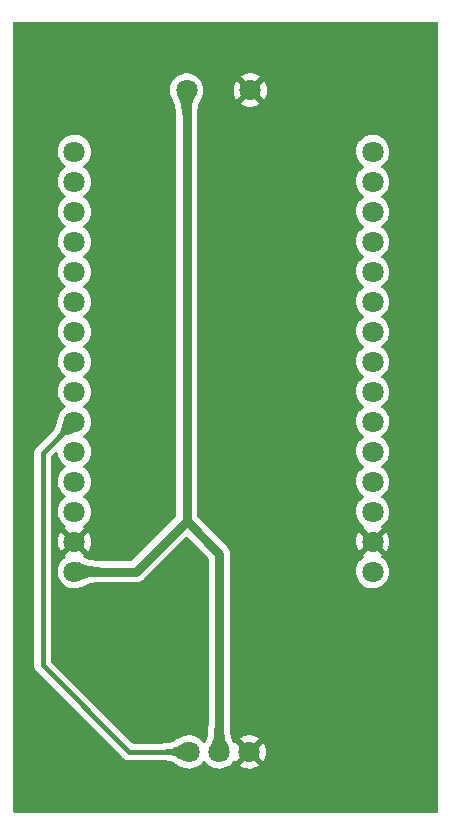
<source format=gtl>
G04 #@! TF.GenerationSoftware,KiCad,Pcbnew,(6.0.11-0)*
G04 #@! TF.CreationDate,2024-10-21T12:17:15+07:00*
G04 #@! TF.ProjectId,1,312e6b69-6361-4645-9f70-636258585858,rev?*
G04 #@! TF.SameCoordinates,Original*
G04 #@! TF.FileFunction,Copper,L1,Top*
G04 #@! TF.FilePolarity,Positive*
%FSLAX46Y46*%
G04 Gerber Fmt 4.6, Leading zero omitted, Abs format (unit mm)*
G04 Created by KiCad (PCBNEW (6.0.11-0)) date 2024-10-21 12:17:15*
%MOMM*%
%LPD*%
G01*
G04 APERTURE LIST*
G04 #@! TA.AperFunction,ComponentPad*
%ADD10C,1.800000*%
G04 #@! TD*
G04 #@! TA.AperFunction,Conductor*
%ADD11C,0.800000*%
G04 #@! TD*
G04 #@! TA.AperFunction,Conductor*
%ADD12C,0.400000*%
G04 #@! TD*
G04 APERTURE END LIST*
D10*
X119190000Y-33300000D03*
X124500000Y-89340000D03*
X109700000Y-38510000D03*
X124590000Y-33300000D03*
X119420000Y-89340000D03*
X121960000Y-89340000D03*
X109700000Y-41050000D03*
X109700000Y-43590000D03*
X109700000Y-46130000D03*
X109700000Y-48670000D03*
X109700000Y-51210000D03*
X109700000Y-53750000D03*
X109700000Y-56290000D03*
X109700000Y-58830000D03*
X109700000Y-61370000D03*
X109700000Y-63910000D03*
X109700000Y-66450000D03*
X109700000Y-68990000D03*
X109700000Y-71530000D03*
X109700000Y-74070000D03*
X134950000Y-38510000D03*
X134950000Y-41050000D03*
X134950000Y-43590000D03*
X134950000Y-46130000D03*
X134950000Y-48670000D03*
X134950000Y-51210000D03*
X134950000Y-53750000D03*
X134950000Y-56290000D03*
X134950000Y-58830000D03*
X134950000Y-61370000D03*
X134950000Y-63910000D03*
X134950000Y-66450000D03*
X134950000Y-68990000D03*
X134950000Y-71530000D03*
X134950000Y-74070000D03*
D11*
X119190000Y-69810000D02*
X121960000Y-72580000D01*
X119190000Y-33300000D02*
X119190000Y-69810000D01*
X119190000Y-69810000D02*
X114930000Y-74070000D01*
X121960000Y-72580000D02*
X121960000Y-89340000D01*
X114930000Y-74070000D02*
X109700000Y-74070000D01*
D12*
X107000000Y-82000000D02*
X114340000Y-89340000D01*
X109700000Y-61370000D02*
X107000000Y-64070000D01*
X107000000Y-64070000D02*
X107000000Y-82000000D01*
X114340000Y-89340000D02*
X119420000Y-89340000D01*
G04 #@! TA.AperFunction,Conductor*
G36*
X119033710Y-88535779D02*
G01*
X119662025Y-89140000D01*
X119861231Y-89331567D01*
X119864819Y-89339771D01*
X119861231Y-89348433D01*
X119033710Y-90144220D01*
X119025372Y-90147485D01*
X119020276Y-90146205D01*
X118826513Y-90047157D01*
X118826134Y-90046955D01*
X118654104Y-89950905D01*
X118653921Y-89950800D01*
X118579249Y-89907324D01*
X118502105Y-89862408D01*
X118361721Y-89782628D01*
X118361582Y-89782557D01*
X118224301Y-89712591D01*
X118224293Y-89712587D01*
X118224102Y-89712490D01*
X118080462Y-89652952D01*
X117922018Y-89604975D01*
X117921731Y-89604919D01*
X117740241Y-89569567D01*
X117740235Y-89569566D01*
X117739983Y-89569517D01*
X117739731Y-89569491D01*
X117739723Y-89569490D01*
X117587545Y-89553892D01*
X117525572Y-89547539D01*
X117525360Y-89547533D01*
X117525349Y-89547532D01*
X117304457Y-89541016D01*
X117281355Y-89540335D01*
X117273187Y-89536666D01*
X117270000Y-89528640D01*
X117270000Y-89151360D01*
X117273427Y-89143087D01*
X117281355Y-89139665D01*
X117525349Y-89132467D01*
X117525360Y-89132466D01*
X117525572Y-89132460D01*
X117587545Y-89126107D01*
X117739723Y-89110509D01*
X117739731Y-89110508D01*
X117739983Y-89110482D01*
X117740235Y-89110433D01*
X117740241Y-89110432D01*
X117921731Y-89075080D01*
X117921733Y-89075080D01*
X117922018Y-89075024D01*
X118080462Y-89027047D01*
X118224102Y-88967509D01*
X118224293Y-88967412D01*
X118224301Y-88967408D01*
X118361582Y-88897442D01*
X118361587Y-88897439D01*
X118361721Y-88897371D01*
X118502105Y-88817591D01*
X118579249Y-88772675D01*
X118653921Y-88729199D01*
X118654104Y-88729094D01*
X118826134Y-88633044D01*
X118826513Y-88632842D01*
X119020276Y-88533795D01*
X119029202Y-88533081D01*
X119033710Y-88535779D01*
G37*
G04 #@! TD.AperFunction*
G04 #@! TA.AperFunction,Conductor*
G36*
X110014372Y-61055305D02*
G01*
X110017960Y-61063967D01*
X109995520Y-62211818D01*
X109991932Y-62220022D01*
X109987423Y-62222721D01*
X109780371Y-62289696D01*
X109779960Y-62289821D01*
X109590372Y-62343554D01*
X109590262Y-62343584D01*
X109520449Y-62362017D01*
X109420394Y-62388434D01*
X109420351Y-62388446D01*
X109420347Y-62388447D01*
X109264668Y-62431301D01*
X109264538Y-62431343D01*
X109264532Y-62431345D01*
X109227225Y-62443463D01*
X109117762Y-62479017D01*
X108974094Y-62538485D01*
X108828132Y-62616598D01*
X108674341Y-62720244D01*
X108507189Y-62856314D01*
X108507049Y-62856446D01*
X108507041Y-62856453D01*
X108329408Y-63023907D01*
X108321037Y-63027089D01*
X108313109Y-63023667D01*
X108046333Y-62756891D01*
X108042906Y-62748618D01*
X108046092Y-62740592D01*
X108213544Y-62562960D01*
X108213549Y-62562954D01*
X108213685Y-62562810D01*
X108349755Y-62395658D01*
X108453401Y-62241867D01*
X108531514Y-62095905D01*
X108590982Y-61952237D01*
X108638698Y-61805331D01*
X108681552Y-61649652D01*
X108726434Y-61479666D01*
X108780178Y-61290039D01*
X108780303Y-61289628D01*
X108847279Y-61082577D01*
X108853086Y-61075760D01*
X108858182Y-61074480D01*
X108941029Y-61072860D01*
X110006033Y-61052040D01*
X110014372Y-61055305D01*
G37*
G04 #@! TD.AperFunction*
G04 #@! TA.AperFunction,Conductor*
G36*
X122356702Y-87193427D02*
G01*
X122360128Y-87201571D01*
X122362770Y-87440527D01*
X122371674Y-87655402D01*
X122387596Y-87841765D01*
X122411423Y-88006756D01*
X122444040Y-88157514D01*
X122486334Y-88301179D01*
X122539191Y-88444891D01*
X122603497Y-88595788D01*
X122680138Y-88761011D01*
X122680156Y-88761049D01*
X122766474Y-88940375D01*
X122766975Y-88949315D01*
X122764365Y-88953559D01*
X121968433Y-89781231D01*
X121960229Y-89784819D01*
X121951567Y-89781231D01*
X121155635Y-88953559D01*
X121152370Y-88945220D01*
X121153526Y-88940375D01*
X121239843Y-88761049D01*
X121239861Y-88761011D01*
X121316502Y-88595788D01*
X121380808Y-88444891D01*
X121433665Y-88301179D01*
X121475959Y-88157514D01*
X121508576Y-88006756D01*
X121532403Y-87841765D01*
X121548325Y-87655402D01*
X121557229Y-87440527D01*
X121559872Y-87201571D01*
X121563390Y-87193336D01*
X121571571Y-87190000D01*
X122348429Y-87190000D01*
X122356702Y-87193427D01*
G37*
G04 #@! TD.AperFunction*
G04 #@! TA.AperFunction,Conductor*
G36*
X110099625Y-73263526D02*
G01*
X110278950Y-73349843D01*
X110278988Y-73349861D01*
X110279030Y-73349880D01*
X110279056Y-73349893D01*
X110370665Y-73392387D01*
X110444211Y-73426502D01*
X110444322Y-73426549D01*
X110444337Y-73426556D01*
X110517620Y-73457786D01*
X110595108Y-73490808D01*
X110738820Y-73543665D01*
X110739008Y-73543720D01*
X110739013Y-73543722D01*
X110882287Y-73585901D01*
X110882294Y-73585903D01*
X110882485Y-73585959D01*
X110882687Y-73586003D01*
X110882696Y-73586005D01*
X111033043Y-73618533D01*
X111033050Y-73618534D01*
X111033243Y-73618576D01*
X111198234Y-73642403D01*
X111198387Y-73642416D01*
X111198395Y-73642417D01*
X111325128Y-73653244D01*
X111384597Y-73658325D01*
X111384696Y-73658329D01*
X111384710Y-73658330D01*
X111599394Y-73667226D01*
X111599407Y-73667226D01*
X111599472Y-73667229D01*
X111599558Y-73667230D01*
X111599560Y-73667230D01*
X111744316Y-73668831D01*
X111838429Y-73669872D01*
X111846664Y-73673390D01*
X111850000Y-73681571D01*
X111850000Y-74458429D01*
X111846573Y-74466702D01*
X111838429Y-74470128D01*
X111670835Y-74471981D01*
X111599560Y-74472769D01*
X111599558Y-74472769D01*
X111599472Y-74472770D01*
X111599407Y-74472773D01*
X111599394Y-74472773D01*
X111384710Y-74481669D01*
X111384696Y-74481670D01*
X111384597Y-74481674D01*
X111325128Y-74486755D01*
X111198395Y-74497582D01*
X111198387Y-74497583D01*
X111198234Y-74497596D01*
X111033243Y-74521423D01*
X111033050Y-74521465D01*
X111033043Y-74521466D01*
X110882696Y-74553994D01*
X110882687Y-74553996D01*
X110882485Y-74554040D01*
X110882294Y-74554096D01*
X110882287Y-74554098D01*
X110739013Y-74596277D01*
X110739008Y-74596279D01*
X110738820Y-74596334D01*
X110595108Y-74649191D01*
X110517620Y-74682213D01*
X110444337Y-74713443D01*
X110444322Y-74713450D01*
X110444211Y-74713497D01*
X110278988Y-74790138D01*
X110278922Y-74790170D01*
X110278922Y-74790169D01*
X110099624Y-74876474D01*
X110090684Y-74876975D01*
X110086440Y-74874365D01*
X109998855Y-74790138D01*
X109258769Y-74078433D01*
X109255181Y-74070229D01*
X109258769Y-74061567D01*
X110086441Y-73265635D01*
X110094780Y-73262370D01*
X110099625Y-73263526D01*
G37*
G04 #@! TD.AperFunction*
G04 #@! TA.AperFunction,Conductor*
G36*
X119198433Y-32858769D02*
G01*
X119994365Y-33686440D01*
X119997630Y-33694779D01*
X119996474Y-33699624D01*
X119910169Y-33878922D01*
X119910170Y-33878922D01*
X119910138Y-33878988D01*
X119833497Y-34044211D01*
X119769191Y-34195108D01*
X119716334Y-34338820D01*
X119674040Y-34482485D01*
X119641423Y-34633243D01*
X119617596Y-34798234D01*
X119601674Y-34984597D01*
X119592770Y-35199472D01*
X119592769Y-35199558D01*
X119592769Y-35199560D01*
X119590128Y-35438429D01*
X119586610Y-35446664D01*
X119578429Y-35450000D01*
X118801571Y-35450000D01*
X118793298Y-35446573D01*
X118789872Y-35438429D01*
X118787230Y-35199560D01*
X118787230Y-35199558D01*
X118787229Y-35199472D01*
X118778325Y-34984597D01*
X118762403Y-34798234D01*
X118738576Y-34633243D01*
X118705959Y-34482485D01*
X118663665Y-34338820D01*
X118610808Y-34195108D01*
X118546502Y-34044211D01*
X118469861Y-33878988D01*
X118469830Y-33878922D01*
X118383526Y-33699625D01*
X118383025Y-33690685D01*
X118385635Y-33686441D01*
X119181567Y-32858769D01*
X119189771Y-32855181D01*
X119198433Y-32858769D01*
G37*
G04 #@! TD.AperFunction*
G04 #@! TA.AperFunction,Conductor*
G36*
X140433621Y-27528502D02*
G01*
X140480114Y-27582158D01*
X140491500Y-27634500D01*
X140491500Y-94365500D01*
X140471498Y-94433621D01*
X140417842Y-94480114D01*
X140365500Y-94491500D01*
X104634500Y-94491500D01*
X104566379Y-94471498D01*
X104519886Y-94417842D01*
X104508500Y-94365500D01*
X104508500Y-82037352D01*
X106287275Y-82037352D01*
X106288580Y-82044829D01*
X106288580Y-82044830D01*
X106298261Y-82100299D01*
X106299223Y-82106821D01*
X106306898Y-82170242D01*
X106309581Y-82177343D01*
X106310222Y-82179952D01*
X106314685Y-82196262D01*
X106315450Y-82198798D01*
X106316757Y-82206284D01*
X106319811Y-82213241D01*
X106342442Y-82264795D01*
X106344933Y-82270899D01*
X106367513Y-82330656D01*
X106371817Y-82336919D01*
X106373054Y-82339285D01*
X106381299Y-82354097D01*
X106382632Y-82356351D01*
X106385685Y-82363305D01*
X106390307Y-82369328D01*
X106424579Y-82413991D01*
X106428459Y-82419332D01*
X106460339Y-82465720D01*
X106460344Y-82465725D01*
X106464643Y-82471981D01*
X106470313Y-82477032D01*
X106470314Y-82477034D01*
X106511170Y-82513435D01*
X106516446Y-82518416D01*
X113818550Y-89820520D01*
X113824404Y-89826785D01*
X113862439Y-89870385D01*
X113868657Y-89874755D01*
X113914697Y-89907112D01*
X113919993Y-89911045D01*
X113970282Y-89950477D01*
X113977204Y-89953602D01*
X113979452Y-89954964D01*
X113994185Y-89963368D01*
X113996524Y-89964622D01*
X114002739Y-89968990D01*
X114009815Y-89971749D01*
X114009819Y-89971751D01*
X114062274Y-89992202D01*
X114068352Y-89994757D01*
X114126574Y-90021045D01*
X114134045Y-90022429D01*
X114136599Y-90023230D01*
X114152878Y-90027867D01*
X114155433Y-90028523D01*
X114162509Y-90031282D01*
X114190962Y-90035028D01*
X114225851Y-90039621D01*
X114232367Y-90040653D01*
X114274706Y-90048500D01*
X114295187Y-90052296D01*
X114302767Y-90051859D01*
X114302768Y-90051859D01*
X114357398Y-90048709D01*
X114364651Y-90048500D01*
X117225954Y-90048500D01*
X117247556Y-90050366D01*
X117261769Y-90052839D01*
X117261776Y-90052840D01*
X117266214Y-90053612D01*
X117270715Y-90053745D01*
X117270717Y-90053745D01*
X117487209Y-90060131D01*
X117496342Y-90060733D01*
X117658899Y-90077396D01*
X117670127Y-90079061D01*
X117791557Y-90102714D01*
X117791913Y-90102783D01*
X117804338Y-90105866D01*
X117901347Y-90135240D01*
X117913079Y-90139436D01*
X118004314Y-90177253D01*
X118013281Y-90181389D01*
X118115607Y-90233540D01*
X118120624Y-90236241D01*
X118161820Y-90259653D01*
X118245539Y-90307231D01*
X118246681Y-90307888D01*
X118324312Y-90353086D01*
X118395735Y-90394670D01*
X118403775Y-90399255D01*
X118403996Y-90399378D01*
X118404036Y-90399401D01*
X118499998Y-90452979D01*
X118575805Y-90495305D01*
X118584611Y-90500109D01*
X118584990Y-90500311D01*
X118592788Y-90504382D01*
X118786551Y-90603430D01*
X118789905Y-90604690D01*
X118793148Y-90606122D01*
X118792992Y-90606476D01*
X118800135Y-90609869D01*
X118800196Y-90609742D01*
X118804861Y-90611977D01*
X118809322Y-90614584D01*
X119025694Y-90697209D01*
X119030760Y-90698240D01*
X119030761Y-90698240D01*
X119083846Y-90709040D01*
X119252656Y-90743385D01*
X119383324Y-90748176D01*
X119478949Y-90751683D01*
X119478953Y-90751683D01*
X119484113Y-90751872D01*
X119489233Y-90751216D01*
X119489235Y-90751216D01*
X119562291Y-90741857D01*
X119713847Y-90722442D01*
X119718795Y-90720957D01*
X119718802Y-90720956D01*
X119930747Y-90657369D01*
X119935690Y-90655886D01*
X120017161Y-90615974D01*
X120139049Y-90556262D01*
X120139052Y-90556260D01*
X120143684Y-90553991D01*
X120332243Y-90419494D01*
X120496303Y-90256005D01*
X120499319Y-90251808D01*
X120499326Y-90251800D01*
X120586960Y-90129844D01*
X120642954Y-90086196D01*
X120713658Y-90079750D01*
X120776622Y-90112553D01*
X120796715Y-90137536D01*
X120816800Y-90170313D01*
X120816806Y-90170321D01*
X120819501Y-90174719D01*
X120971147Y-90349784D01*
X121149349Y-90497730D01*
X121349322Y-90614584D01*
X121565694Y-90697209D01*
X121570760Y-90698240D01*
X121570761Y-90698240D01*
X121623846Y-90709040D01*
X121792656Y-90743385D01*
X121923324Y-90748176D01*
X122018949Y-90751683D01*
X122018953Y-90751683D01*
X122024113Y-90751872D01*
X122029233Y-90751216D01*
X122029235Y-90751216D01*
X122102291Y-90741857D01*
X122253847Y-90722442D01*
X122258795Y-90720957D01*
X122258802Y-90720956D01*
X122470747Y-90657369D01*
X122475690Y-90655886D01*
X122557161Y-90615974D01*
X122679049Y-90556262D01*
X122679052Y-90556260D01*
X122683684Y-90553991D01*
X122757406Y-90501406D01*
X123703423Y-90501406D01*
X123708704Y-90508461D01*
X123885080Y-90611527D01*
X123894363Y-90615974D01*
X124101003Y-90694883D01*
X124110901Y-90697759D01*
X124327653Y-90741857D01*
X124337883Y-90743076D01*
X124558914Y-90751182D01*
X124569223Y-90750714D01*
X124788623Y-90722608D01*
X124798688Y-90720468D01*
X125010557Y-90656905D01*
X125020152Y-90653144D01*
X125218778Y-90555838D01*
X125227636Y-90550559D01*
X125285097Y-90509572D01*
X125293497Y-90498874D01*
X125286510Y-90485721D01*
X124512811Y-89712021D01*
X124498868Y-89704408D01*
X124497034Y-89704539D01*
X124490420Y-89708790D01*
X123710180Y-90489031D01*
X123703423Y-90501406D01*
X122757406Y-90501406D01*
X122872243Y-90419494D01*
X123036303Y-90256005D01*
X123127275Y-90129404D01*
X123183270Y-90085756D01*
X123253973Y-90079310D01*
X123316938Y-90112113D01*
X123322142Y-90118584D01*
X123340553Y-90135242D01*
X123349331Y-90131458D01*
X124127979Y-89352811D01*
X124134356Y-89341132D01*
X124864408Y-89341132D01*
X124864539Y-89342966D01*
X124868790Y-89349580D01*
X125646307Y-90127096D01*
X125658313Y-90133652D01*
X125670052Y-90124684D01*
X125708010Y-90071859D01*
X125713321Y-90063020D01*
X125811318Y-89864737D01*
X125815117Y-89855142D01*
X125879415Y-89643517D01*
X125881594Y-89633436D01*
X125910702Y-89412338D01*
X125911221Y-89405663D01*
X125912744Y-89343364D01*
X125912550Y-89336646D01*
X125894279Y-89114400D01*
X125892596Y-89104238D01*
X125838710Y-88889708D01*
X125835389Y-88879953D01*
X125747193Y-88677118D01*
X125742315Y-88668020D01*
X125669224Y-88555038D01*
X125658538Y-88545835D01*
X125648973Y-88550238D01*
X124872021Y-89327189D01*
X124864408Y-89341132D01*
X124134356Y-89341132D01*
X124135592Y-89338868D01*
X124135461Y-89337034D01*
X124131210Y-89330420D01*
X123353862Y-88553073D01*
X123342330Y-88546776D01*
X123324054Y-88561095D01*
X123258095Y-88587361D01*
X123188406Y-88573798D01*
X123137113Y-88524711D01*
X123132046Y-88514931D01*
X123073564Y-88388856D01*
X123071951Y-88385232D01*
X123017901Y-88258399D01*
X123015560Y-88252497D01*
X123011834Y-88242366D01*
X122989157Y-88180711D01*
X123705508Y-88180711D01*
X123712251Y-88193040D01*
X124487189Y-88967979D01*
X124501132Y-88975592D01*
X124502966Y-88975461D01*
X124509580Y-88971210D01*
X125288994Y-88191795D01*
X125296011Y-88178944D01*
X125288237Y-88168274D01*
X125285902Y-88166430D01*
X125277320Y-88160729D01*
X125083678Y-88053833D01*
X125074272Y-88049606D01*
X124865772Y-87975772D01*
X124855809Y-87973140D01*
X124638047Y-87934350D01*
X124627796Y-87933381D01*
X124406616Y-87930679D01*
X124396332Y-87931399D01*
X124177693Y-87964855D01*
X124167666Y-87967244D01*
X123957426Y-88035961D01*
X123947916Y-88039958D01*
X123751725Y-88142089D01*
X123743007Y-88147578D01*
X123713961Y-88169386D01*
X123705508Y-88180711D01*
X122989157Y-88180711D01*
X122975561Y-88143744D01*
X122972952Y-88135854D01*
X122956102Y-88078614D01*
X122943255Y-88034976D01*
X122940977Y-88026044D01*
X122918022Y-87919941D01*
X122916467Y-87911309D01*
X122912091Y-87881008D01*
X122898481Y-87786772D01*
X122897649Y-87779527D01*
X122884502Y-87625632D01*
X122884154Y-87620146D01*
X122876232Y-87428957D01*
X122876132Y-87425134D01*
X122873615Y-87197489D01*
X122873614Y-87197475D01*
X122873597Y-87195894D01*
X122873321Y-87191435D01*
X122870754Y-87149969D01*
X122870753Y-87149964D01*
X122870376Y-87143871D01*
X122869736Y-87141419D01*
X122868500Y-87125863D01*
X122868500Y-74035469D01*
X133537095Y-74035469D01*
X133537392Y-74040622D01*
X133537392Y-74040625D01*
X133543067Y-74139041D01*
X133550427Y-74266697D01*
X133551564Y-74271743D01*
X133551565Y-74271749D01*
X133583741Y-74414523D01*
X133601346Y-74492642D01*
X133603288Y-74497424D01*
X133603289Y-74497428D01*
X133677933Y-74681253D01*
X133688484Y-74707237D01*
X133809501Y-74904719D01*
X133961147Y-75079784D01*
X134139349Y-75227730D01*
X134339322Y-75344584D01*
X134555694Y-75427209D01*
X134560760Y-75428240D01*
X134560761Y-75428240D01*
X134613846Y-75439040D01*
X134782656Y-75473385D01*
X134913324Y-75478176D01*
X135008949Y-75481683D01*
X135008953Y-75481683D01*
X135014113Y-75481872D01*
X135019233Y-75481216D01*
X135019235Y-75481216D01*
X135092270Y-75471860D01*
X135243847Y-75452442D01*
X135248795Y-75450957D01*
X135248802Y-75450956D01*
X135460747Y-75387369D01*
X135465690Y-75385886D01*
X135470324Y-75383616D01*
X135669049Y-75286262D01*
X135669052Y-75286260D01*
X135673684Y-75283991D01*
X135862243Y-75149494D01*
X136026303Y-74986005D01*
X136029742Y-74981220D01*
X136070472Y-74924537D01*
X136161458Y-74797917D01*
X136179670Y-74761069D01*
X136261784Y-74594922D01*
X136261785Y-74594920D01*
X136264078Y-74590280D01*
X136331408Y-74368671D01*
X136361640Y-74139041D01*
X136363327Y-74070000D01*
X136357032Y-73993434D01*
X136344773Y-73844318D01*
X136344772Y-73844312D01*
X136344349Y-73839167D01*
X136287925Y-73614533D01*
X136285866Y-73609797D01*
X136197630Y-73406868D01*
X136197628Y-73406865D01*
X136195570Y-73402131D01*
X136069764Y-73207665D01*
X135913887Y-73036358D01*
X135909836Y-73033159D01*
X135909832Y-73033155D01*
X135736669Y-72896400D01*
X135695606Y-72838483D01*
X135692374Y-72767560D01*
X135727999Y-72706148D01*
X135733487Y-72701623D01*
X135743497Y-72688874D01*
X135736510Y-72675721D01*
X134962811Y-71902021D01*
X134948868Y-71894408D01*
X134947034Y-71894539D01*
X134940420Y-71898790D01*
X134160180Y-72679031D01*
X134153423Y-72691406D01*
X134172730Y-72717197D01*
X134172040Y-72717713D01*
X134196627Y-72743737D01*
X134209743Y-72813511D01*
X134183055Y-72879300D01*
X134160023Y-72901719D01*
X134053472Y-72981720D01*
X134011655Y-73013117D01*
X134008083Y-73016855D01*
X133874776Y-73156353D01*
X133851639Y-73180564D01*
X133848725Y-73184836D01*
X133848724Y-73184837D01*
X133833152Y-73207665D01*
X133721119Y-73371899D01*
X133623602Y-73581981D01*
X133561707Y-73805169D01*
X133537095Y-74035469D01*
X122868500Y-74035469D01*
X122868500Y-72661417D01*
X122870051Y-72641707D01*
X122871220Y-72634327D01*
X122871220Y-72634326D01*
X122872252Y-72627810D01*
X122868673Y-72559520D01*
X122868500Y-72552926D01*
X122868500Y-72532390D01*
X122868156Y-72529116D01*
X122866353Y-72511958D01*
X122865836Y-72505384D01*
X122862603Y-72443696D01*
X122862603Y-72443694D01*
X122862257Y-72437097D01*
X122858615Y-72423504D01*
X122855014Y-72404075D01*
X122854232Y-72396639D01*
X122853542Y-72390072D01*
X122832407Y-72325025D01*
X122830535Y-72318706D01*
X122814538Y-72259003D01*
X122814537Y-72259000D01*
X122812830Y-72252630D01*
X122806438Y-72240085D01*
X122798874Y-72221823D01*
X122796568Y-72214726D01*
X122794527Y-72208444D01*
X122773152Y-72171421D01*
X122760336Y-72149223D01*
X122757188Y-72143426D01*
X122729126Y-72088351D01*
X122729124Y-72088348D01*
X122726129Y-72082470D01*
X122717273Y-72071533D01*
X122706073Y-72055237D01*
X122702343Y-72048776D01*
X122702340Y-72048772D01*
X122699040Y-72043056D01*
X122694623Y-72038150D01*
X122694619Y-72038145D01*
X122653278Y-71992231D01*
X122648994Y-71987216D01*
X122638148Y-71973823D01*
X122636072Y-71971259D01*
X122621557Y-71956744D01*
X122617016Y-71951959D01*
X122575673Y-71906043D01*
X122571253Y-71901134D01*
X122559865Y-71892860D01*
X122544832Y-71880019D01*
X122165451Y-71500638D01*
X133537893Y-71500638D01*
X133550627Y-71721468D01*
X133552061Y-71731670D01*
X133600685Y-71947439D01*
X133603773Y-71957292D01*
X133686986Y-72162220D01*
X133691634Y-72171421D01*
X133780097Y-72315781D01*
X133790553Y-72325242D01*
X133799331Y-72321458D01*
X134577979Y-71542811D01*
X134584356Y-71531132D01*
X135314408Y-71531132D01*
X135314539Y-71532966D01*
X135318790Y-71539580D01*
X136096307Y-72317096D01*
X136108313Y-72323652D01*
X136120052Y-72314684D01*
X136158010Y-72261859D01*
X136163321Y-72253020D01*
X136261318Y-72054737D01*
X136265117Y-72045142D01*
X136329415Y-71833517D01*
X136331594Y-71823436D01*
X136360702Y-71602338D01*
X136361221Y-71595663D01*
X136362744Y-71533364D01*
X136362550Y-71526646D01*
X136344279Y-71304400D01*
X136342596Y-71294238D01*
X136288710Y-71079708D01*
X136285389Y-71069953D01*
X136197193Y-70867118D01*
X136192315Y-70858020D01*
X136119224Y-70745038D01*
X136108538Y-70735835D01*
X136098973Y-70740238D01*
X135322021Y-71517189D01*
X135314408Y-71531132D01*
X134584356Y-71531132D01*
X134585592Y-71528868D01*
X134585461Y-71527034D01*
X134581210Y-71520420D01*
X133803862Y-70743073D01*
X133792330Y-70736776D01*
X133780048Y-70746399D01*
X133724467Y-70827877D01*
X133719379Y-70836833D01*
X133626252Y-71037459D01*
X133622689Y-71047146D01*
X133563581Y-71260280D01*
X133561650Y-71270400D01*
X133538145Y-71490349D01*
X133537893Y-71500638D01*
X122165451Y-71500638D01*
X120135405Y-69470592D01*
X120101379Y-69408280D01*
X120098500Y-69381497D01*
X120098500Y-68955469D01*
X133537095Y-68955469D01*
X133537392Y-68960622D01*
X133537392Y-68960625D01*
X133543067Y-69059041D01*
X133550427Y-69186697D01*
X133551564Y-69191743D01*
X133551565Y-69191749D01*
X133583741Y-69334523D01*
X133601346Y-69412642D01*
X133603288Y-69417424D01*
X133603289Y-69417428D01*
X133686540Y-69622450D01*
X133688484Y-69627237D01*
X133809501Y-69824719D01*
X133961147Y-69999784D01*
X134139349Y-70147730D01*
X134143814Y-70150339D01*
X134147979Y-70152773D01*
X134196700Y-70204414D01*
X134209767Y-70274198D01*
X134183033Y-70339968D01*
X134166323Y-70356221D01*
X134155508Y-70370711D01*
X134162251Y-70383040D01*
X134937189Y-71157979D01*
X134951132Y-71165592D01*
X134952966Y-71165461D01*
X134959580Y-71161210D01*
X135738994Y-70381795D01*
X135746011Y-70368944D01*
X135738237Y-70358275D01*
X135736655Y-70357025D01*
X135695592Y-70299109D01*
X135692359Y-70228186D01*
X135727983Y-70166774D01*
X135741578Y-70155563D01*
X135757193Y-70144425D01*
X135862243Y-70069494D01*
X136026303Y-69906005D01*
X136161458Y-69717917D01*
X136208641Y-69622450D01*
X136261784Y-69514922D01*
X136261785Y-69514920D01*
X136264078Y-69510280D01*
X136331408Y-69288671D01*
X136361640Y-69059041D01*
X136363327Y-68990000D01*
X136357032Y-68913434D01*
X136344773Y-68764318D01*
X136344772Y-68764312D01*
X136344349Y-68759167D01*
X136287925Y-68534533D01*
X136285866Y-68529797D01*
X136197630Y-68326868D01*
X136197628Y-68326865D01*
X136195570Y-68322131D01*
X136069764Y-68127665D01*
X135913887Y-67956358D01*
X135909836Y-67953159D01*
X135909832Y-67953155D01*
X135737077Y-67816722D01*
X135696014Y-67758805D01*
X135692782Y-67687882D01*
X135728407Y-67626470D01*
X135742001Y-67615261D01*
X135745872Y-67612500D01*
X135862243Y-67529494D01*
X136026303Y-67366005D01*
X136161458Y-67177917D01*
X136208641Y-67082450D01*
X136261784Y-66974922D01*
X136261785Y-66974920D01*
X136264078Y-66970280D01*
X136331408Y-66748671D01*
X136361640Y-66519041D01*
X136363327Y-66450000D01*
X136357032Y-66373434D01*
X136344773Y-66224318D01*
X136344772Y-66224312D01*
X136344349Y-66219167D01*
X136287925Y-65994533D01*
X136285866Y-65989797D01*
X136197630Y-65786868D01*
X136197628Y-65786865D01*
X136195570Y-65782131D01*
X136069764Y-65587665D01*
X135913887Y-65416358D01*
X135909836Y-65413159D01*
X135909832Y-65413155D01*
X135737077Y-65276722D01*
X135696014Y-65218805D01*
X135692782Y-65147882D01*
X135728407Y-65086470D01*
X135742001Y-65075261D01*
X135745872Y-65072500D01*
X135862243Y-64989494D01*
X136026303Y-64826005D01*
X136161458Y-64637917D01*
X136208641Y-64542450D01*
X136261784Y-64434922D01*
X136261785Y-64434920D01*
X136264078Y-64430280D01*
X136331408Y-64208671D01*
X136361640Y-63979041D01*
X136361722Y-63975691D01*
X136363245Y-63913365D01*
X136363245Y-63913361D01*
X136363327Y-63910000D01*
X136349336Y-63739820D01*
X136344773Y-63684318D01*
X136344772Y-63684312D01*
X136344349Y-63679167D01*
X136313013Y-63554412D01*
X136289184Y-63459544D01*
X136289183Y-63459540D01*
X136287925Y-63454533D01*
X136285866Y-63449797D01*
X136197630Y-63246868D01*
X136197628Y-63246865D01*
X136195570Y-63242131D01*
X136069764Y-63047665D01*
X135913887Y-62876358D01*
X135909836Y-62873159D01*
X135909832Y-62873155D01*
X135737077Y-62736722D01*
X135696014Y-62678805D01*
X135692782Y-62607882D01*
X135728407Y-62546470D01*
X135742001Y-62535261D01*
X135745872Y-62532500D01*
X135862243Y-62449494D01*
X136026303Y-62286005D01*
X136161458Y-62097917D01*
X136167970Y-62084742D01*
X136261784Y-61894922D01*
X136261785Y-61894920D01*
X136264078Y-61890280D01*
X136331408Y-61668671D01*
X136361640Y-61439041D01*
X136363327Y-61370000D01*
X136357032Y-61293434D01*
X136344773Y-61144318D01*
X136344772Y-61144312D01*
X136344349Y-61139167D01*
X136291513Y-60928817D01*
X136289184Y-60919544D01*
X136289183Y-60919540D01*
X136287925Y-60914533D01*
X136285866Y-60909797D01*
X136197630Y-60706868D01*
X136197628Y-60706865D01*
X136195570Y-60702131D01*
X136069764Y-60507665D01*
X135913887Y-60336358D01*
X135909836Y-60333159D01*
X135909832Y-60333155D01*
X135737077Y-60196722D01*
X135696014Y-60138805D01*
X135692782Y-60067882D01*
X135728407Y-60006470D01*
X135742001Y-59995261D01*
X135745872Y-59992500D01*
X135862243Y-59909494D01*
X136026303Y-59746005D01*
X136161458Y-59557917D01*
X136208641Y-59462450D01*
X136261784Y-59354922D01*
X136261785Y-59354920D01*
X136264078Y-59350280D01*
X136331408Y-59128671D01*
X136361640Y-58899041D01*
X136363327Y-58830000D01*
X136357032Y-58753434D01*
X136344773Y-58604318D01*
X136344772Y-58604312D01*
X136344349Y-58599167D01*
X136287925Y-58374533D01*
X136285866Y-58369797D01*
X136197630Y-58166868D01*
X136197628Y-58166865D01*
X136195570Y-58162131D01*
X136069764Y-57967665D01*
X135913887Y-57796358D01*
X135909836Y-57793159D01*
X135909832Y-57793155D01*
X135737077Y-57656722D01*
X135696014Y-57598805D01*
X135692782Y-57527882D01*
X135728407Y-57466470D01*
X135742001Y-57455261D01*
X135745872Y-57452500D01*
X135862243Y-57369494D01*
X136026303Y-57206005D01*
X136161458Y-57017917D01*
X136208641Y-56922450D01*
X136261784Y-56814922D01*
X136261785Y-56814920D01*
X136264078Y-56810280D01*
X136331408Y-56588671D01*
X136361640Y-56359041D01*
X136363327Y-56290000D01*
X136357032Y-56213434D01*
X136344773Y-56064318D01*
X136344772Y-56064312D01*
X136344349Y-56059167D01*
X136287925Y-55834533D01*
X136285866Y-55829797D01*
X136197630Y-55626868D01*
X136197628Y-55626865D01*
X136195570Y-55622131D01*
X136069764Y-55427665D01*
X135913887Y-55256358D01*
X135909836Y-55253159D01*
X135909832Y-55253155D01*
X135737077Y-55116722D01*
X135696014Y-55058805D01*
X135692782Y-54987882D01*
X135728407Y-54926470D01*
X135742001Y-54915261D01*
X135745872Y-54912500D01*
X135862243Y-54829494D01*
X136026303Y-54666005D01*
X136161458Y-54477917D01*
X136208641Y-54382450D01*
X136261784Y-54274922D01*
X136261785Y-54274920D01*
X136264078Y-54270280D01*
X136331408Y-54048671D01*
X136361640Y-53819041D01*
X136363327Y-53750000D01*
X136357032Y-53673434D01*
X136344773Y-53524318D01*
X136344772Y-53524312D01*
X136344349Y-53519167D01*
X136287925Y-53294533D01*
X136285866Y-53289797D01*
X136197630Y-53086868D01*
X136197628Y-53086865D01*
X136195570Y-53082131D01*
X136069764Y-52887665D01*
X135913887Y-52716358D01*
X135909836Y-52713159D01*
X135909832Y-52713155D01*
X135737077Y-52576722D01*
X135696014Y-52518805D01*
X135692782Y-52447882D01*
X135728407Y-52386470D01*
X135742001Y-52375261D01*
X135745872Y-52372500D01*
X135862243Y-52289494D01*
X136026303Y-52126005D01*
X136161458Y-51937917D01*
X136208641Y-51842450D01*
X136261784Y-51734922D01*
X136261785Y-51734920D01*
X136264078Y-51730280D01*
X136331408Y-51508671D01*
X136361640Y-51279041D01*
X136363327Y-51210000D01*
X136357032Y-51133434D01*
X136344773Y-50984318D01*
X136344772Y-50984312D01*
X136344349Y-50979167D01*
X136287925Y-50754533D01*
X136285866Y-50749797D01*
X136197630Y-50546868D01*
X136197628Y-50546865D01*
X136195570Y-50542131D01*
X136069764Y-50347665D01*
X135913887Y-50176358D01*
X135909836Y-50173159D01*
X135909832Y-50173155D01*
X135737077Y-50036722D01*
X135696014Y-49978805D01*
X135692782Y-49907882D01*
X135728407Y-49846470D01*
X135742001Y-49835261D01*
X135745872Y-49832500D01*
X135862243Y-49749494D01*
X136026303Y-49586005D01*
X136161458Y-49397917D01*
X136208641Y-49302450D01*
X136261784Y-49194922D01*
X136261785Y-49194920D01*
X136264078Y-49190280D01*
X136331408Y-48968671D01*
X136361640Y-48739041D01*
X136363327Y-48670000D01*
X136357032Y-48593434D01*
X136344773Y-48444318D01*
X136344772Y-48444312D01*
X136344349Y-48439167D01*
X136287925Y-48214533D01*
X136285866Y-48209797D01*
X136197630Y-48006868D01*
X136197628Y-48006865D01*
X136195570Y-48002131D01*
X136069764Y-47807665D01*
X135913887Y-47636358D01*
X135909836Y-47633159D01*
X135909832Y-47633155D01*
X135737077Y-47496722D01*
X135696014Y-47438805D01*
X135692782Y-47367882D01*
X135728407Y-47306470D01*
X135742001Y-47295261D01*
X135745872Y-47292500D01*
X135862243Y-47209494D01*
X136026303Y-47046005D01*
X136161458Y-46857917D01*
X136208641Y-46762450D01*
X136261784Y-46654922D01*
X136261785Y-46654920D01*
X136264078Y-46650280D01*
X136331408Y-46428671D01*
X136361640Y-46199041D01*
X136363327Y-46130000D01*
X136357032Y-46053434D01*
X136344773Y-45904318D01*
X136344772Y-45904312D01*
X136344349Y-45899167D01*
X136287925Y-45674533D01*
X136285866Y-45669797D01*
X136197630Y-45466868D01*
X136197628Y-45466865D01*
X136195570Y-45462131D01*
X136069764Y-45267665D01*
X135913887Y-45096358D01*
X135909836Y-45093159D01*
X135909832Y-45093155D01*
X135737077Y-44956722D01*
X135696014Y-44898805D01*
X135692782Y-44827882D01*
X135728407Y-44766470D01*
X135742001Y-44755261D01*
X135745872Y-44752500D01*
X135862243Y-44669494D01*
X136026303Y-44506005D01*
X136161458Y-44317917D01*
X136208641Y-44222450D01*
X136261784Y-44114922D01*
X136261785Y-44114920D01*
X136264078Y-44110280D01*
X136331408Y-43888671D01*
X136361640Y-43659041D01*
X136363327Y-43590000D01*
X136357032Y-43513434D01*
X136344773Y-43364318D01*
X136344772Y-43364312D01*
X136344349Y-43359167D01*
X136287925Y-43134533D01*
X136285866Y-43129797D01*
X136197630Y-42926868D01*
X136197628Y-42926865D01*
X136195570Y-42922131D01*
X136069764Y-42727665D01*
X135913887Y-42556358D01*
X135909836Y-42553159D01*
X135909832Y-42553155D01*
X135737077Y-42416722D01*
X135696014Y-42358805D01*
X135692782Y-42287882D01*
X135728407Y-42226470D01*
X135742001Y-42215261D01*
X135745872Y-42212500D01*
X135862243Y-42129494D01*
X136026303Y-41966005D01*
X136161458Y-41777917D01*
X136208641Y-41682450D01*
X136261784Y-41574922D01*
X136261785Y-41574920D01*
X136264078Y-41570280D01*
X136331408Y-41348671D01*
X136361640Y-41119041D01*
X136363327Y-41050000D01*
X136357032Y-40973434D01*
X136344773Y-40824318D01*
X136344772Y-40824312D01*
X136344349Y-40819167D01*
X136287925Y-40594533D01*
X136285866Y-40589797D01*
X136197630Y-40386868D01*
X136197628Y-40386865D01*
X136195570Y-40382131D01*
X136069764Y-40187665D01*
X135913887Y-40016358D01*
X135909836Y-40013159D01*
X135909832Y-40013155D01*
X135737077Y-39876722D01*
X135696014Y-39818805D01*
X135692782Y-39747882D01*
X135728407Y-39686470D01*
X135742001Y-39675261D01*
X135745872Y-39672500D01*
X135862243Y-39589494D01*
X136026303Y-39426005D01*
X136161458Y-39237917D01*
X136208641Y-39142450D01*
X136261784Y-39034922D01*
X136261785Y-39034920D01*
X136264078Y-39030280D01*
X136331408Y-38808671D01*
X136361640Y-38579041D01*
X136363327Y-38510000D01*
X136357032Y-38433434D01*
X136344773Y-38284318D01*
X136344772Y-38284312D01*
X136344349Y-38279167D01*
X136287925Y-38054533D01*
X136285866Y-38049797D01*
X136197630Y-37846868D01*
X136197628Y-37846865D01*
X136195570Y-37842131D01*
X136069764Y-37647665D01*
X135913887Y-37476358D01*
X135909836Y-37473159D01*
X135909832Y-37473155D01*
X135736177Y-37336011D01*
X135736172Y-37336008D01*
X135732123Y-37332810D01*
X135727607Y-37330317D01*
X135727604Y-37330315D01*
X135533879Y-37223373D01*
X135533875Y-37223371D01*
X135529355Y-37220876D01*
X135524486Y-37219152D01*
X135524482Y-37219150D01*
X135315903Y-37145288D01*
X135315899Y-37145287D01*
X135311028Y-37143562D01*
X135305935Y-37142655D01*
X135305932Y-37142654D01*
X135088095Y-37103851D01*
X135088089Y-37103850D01*
X135083006Y-37102945D01*
X135010096Y-37102054D01*
X134856581Y-37100179D01*
X134856579Y-37100179D01*
X134851411Y-37100116D01*
X134622464Y-37135150D01*
X134402314Y-37207106D01*
X134397726Y-37209494D01*
X134397722Y-37209496D01*
X134371065Y-37223373D01*
X134196872Y-37314052D01*
X134192739Y-37317155D01*
X134192736Y-37317157D01*
X134167625Y-37336011D01*
X134011655Y-37453117D01*
X133851639Y-37620564D01*
X133848725Y-37624836D01*
X133848724Y-37624837D01*
X133833152Y-37647665D01*
X133721119Y-37811899D01*
X133623602Y-38021981D01*
X133561707Y-38245169D01*
X133537095Y-38475469D01*
X133537392Y-38480622D01*
X133537392Y-38480625D01*
X133543067Y-38579041D01*
X133550427Y-38706697D01*
X133551564Y-38711743D01*
X133551565Y-38711749D01*
X133583741Y-38854523D01*
X133601346Y-38932642D01*
X133603288Y-38937424D01*
X133603289Y-38937428D01*
X133686540Y-39142450D01*
X133688484Y-39147237D01*
X133809501Y-39344719D01*
X133961147Y-39519784D01*
X134139349Y-39667730D01*
X134143819Y-39670342D01*
X134147511Y-39672500D01*
X134196232Y-39724140D01*
X134209301Y-39793924D01*
X134182566Y-39859694D01*
X134159589Y-39882045D01*
X134011655Y-39993117D01*
X133851639Y-40160564D01*
X133848725Y-40164836D01*
X133848724Y-40164837D01*
X133833152Y-40187665D01*
X133721119Y-40351899D01*
X133623602Y-40561981D01*
X133561707Y-40785169D01*
X133537095Y-41015469D01*
X133537392Y-41020622D01*
X133537392Y-41020625D01*
X133543067Y-41119041D01*
X133550427Y-41246697D01*
X133551564Y-41251743D01*
X133551565Y-41251749D01*
X133583741Y-41394523D01*
X133601346Y-41472642D01*
X133603288Y-41477424D01*
X133603289Y-41477428D01*
X133686540Y-41682450D01*
X133688484Y-41687237D01*
X133809501Y-41884719D01*
X133961147Y-42059784D01*
X134139349Y-42207730D01*
X134143819Y-42210342D01*
X134147511Y-42212500D01*
X134196232Y-42264140D01*
X134209301Y-42333924D01*
X134182566Y-42399694D01*
X134159589Y-42422045D01*
X134011655Y-42533117D01*
X133851639Y-42700564D01*
X133848725Y-42704836D01*
X133848724Y-42704837D01*
X133833152Y-42727665D01*
X133721119Y-42891899D01*
X133623602Y-43101981D01*
X133561707Y-43325169D01*
X133537095Y-43555469D01*
X133537392Y-43560622D01*
X133537392Y-43560625D01*
X133543067Y-43659041D01*
X133550427Y-43786697D01*
X133551564Y-43791743D01*
X133551565Y-43791749D01*
X133583741Y-43934523D01*
X133601346Y-44012642D01*
X133603288Y-44017424D01*
X133603289Y-44017428D01*
X133686540Y-44222450D01*
X133688484Y-44227237D01*
X133809501Y-44424719D01*
X133961147Y-44599784D01*
X134139349Y-44747730D01*
X134143819Y-44750342D01*
X134147511Y-44752500D01*
X134196232Y-44804140D01*
X134209301Y-44873924D01*
X134182566Y-44939694D01*
X134159589Y-44962045D01*
X134011655Y-45073117D01*
X133851639Y-45240564D01*
X133848725Y-45244836D01*
X133848724Y-45244837D01*
X133833152Y-45267665D01*
X133721119Y-45431899D01*
X133623602Y-45641981D01*
X133561707Y-45865169D01*
X133537095Y-46095469D01*
X133537392Y-46100622D01*
X133537392Y-46100625D01*
X133543067Y-46199041D01*
X133550427Y-46326697D01*
X133551564Y-46331743D01*
X133551565Y-46331749D01*
X133583741Y-46474523D01*
X133601346Y-46552642D01*
X133603288Y-46557424D01*
X133603289Y-46557428D01*
X133686540Y-46762450D01*
X133688484Y-46767237D01*
X133809501Y-46964719D01*
X133961147Y-47139784D01*
X134139349Y-47287730D01*
X134143819Y-47290342D01*
X134147511Y-47292500D01*
X134196232Y-47344140D01*
X134209301Y-47413924D01*
X134182566Y-47479694D01*
X134159589Y-47502045D01*
X134011655Y-47613117D01*
X133851639Y-47780564D01*
X133848725Y-47784836D01*
X133848724Y-47784837D01*
X133833152Y-47807665D01*
X133721119Y-47971899D01*
X133623602Y-48181981D01*
X133561707Y-48405169D01*
X133537095Y-48635469D01*
X133537392Y-48640622D01*
X133537392Y-48640625D01*
X133543067Y-48739041D01*
X133550427Y-48866697D01*
X133551564Y-48871743D01*
X133551565Y-48871749D01*
X133583741Y-49014523D01*
X133601346Y-49092642D01*
X133603288Y-49097424D01*
X133603289Y-49097428D01*
X133686540Y-49302450D01*
X133688484Y-49307237D01*
X133809501Y-49504719D01*
X133961147Y-49679784D01*
X134139349Y-49827730D01*
X134143819Y-49830342D01*
X134147511Y-49832500D01*
X134196232Y-49884140D01*
X134209301Y-49953924D01*
X134182566Y-50019694D01*
X134159589Y-50042045D01*
X134011655Y-50153117D01*
X133851639Y-50320564D01*
X133848725Y-50324836D01*
X133848724Y-50324837D01*
X133833152Y-50347665D01*
X133721119Y-50511899D01*
X133623602Y-50721981D01*
X133561707Y-50945169D01*
X133537095Y-51175469D01*
X133537392Y-51180622D01*
X133537392Y-51180625D01*
X133543067Y-51279041D01*
X133550427Y-51406697D01*
X133551564Y-51411743D01*
X133551565Y-51411749D01*
X133583741Y-51554523D01*
X133601346Y-51632642D01*
X133603288Y-51637424D01*
X133603289Y-51637428D01*
X133686540Y-51842450D01*
X133688484Y-51847237D01*
X133809501Y-52044719D01*
X133961147Y-52219784D01*
X134139349Y-52367730D01*
X134143819Y-52370342D01*
X134147511Y-52372500D01*
X134196232Y-52424140D01*
X134209301Y-52493924D01*
X134182566Y-52559694D01*
X134159589Y-52582045D01*
X134011655Y-52693117D01*
X133851639Y-52860564D01*
X133848725Y-52864836D01*
X133848724Y-52864837D01*
X133833152Y-52887665D01*
X133721119Y-53051899D01*
X133623602Y-53261981D01*
X133561707Y-53485169D01*
X133537095Y-53715469D01*
X133537392Y-53720622D01*
X133537392Y-53720625D01*
X133543067Y-53819041D01*
X133550427Y-53946697D01*
X133551564Y-53951743D01*
X133551565Y-53951749D01*
X133583741Y-54094523D01*
X133601346Y-54172642D01*
X133603288Y-54177424D01*
X133603289Y-54177428D01*
X133686540Y-54382450D01*
X133688484Y-54387237D01*
X133809501Y-54584719D01*
X133961147Y-54759784D01*
X134139349Y-54907730D01*
X134143819Y-54910342D01*
X134147511Y-54912500D01*
X134196232Y-54964140D01*
X134209301Y-55033924D01*
X134182566Y-55099694D01*
X134159589Y-55122045D01*
X134011655Y-55233117D01*
X133851639Y-55400564D01*
X133848725Y-55404836D01*
X133848724Y-55404837D01*
X133833152Y-55427665D01*
X133721119Y-55591899D01*
X133623602Y-55801981D01*
X133561707Y-56025169D01*
X133537095Y-56255469D01*
X133537392Y-56260622D01*
X133537392Y-56260625D01*
X133543067Y-56359041D01*
X133550427Y-56486697D01*
X133551564Y-56491743D01*
X133551565Y-56491749D01*
X133583741Y-56634523D01*
X133601346Y-56712642D01*
X133603288Y-56717424D01*
X133603289Y-56717428D01*
X133686540Y-56922450D01*
X133688484Y-56927237D01*
X133809501Y-57124719D01*
X133961147Y-57299784D01*
X134139349Y-57447730D01*
X134143819Y-57450342D01*
X134147511Y-57452500D01*
X134196232Y-57504140D01*
X134209301Y-57573924D01*
X134182566Y-57639694D01*
X134159589Y-57662045D01*
X134011655Y-57773117D01*
X133851639Y-57940564D01*
X133848725Y-57944836D01*
X133848724Y-57944837D01*
X133833152Y-57967665D01*
X133721119Y-58131899D01*
X133623602Y-58341981D01*
X133561707Y-58565169D01*
X133537095Y-58795469D01*
X133537392Y-58800622D01*
X133537392Y-58800625D01*
X133543067Y-58899041D01*
X133550427Y-59026697D01*
X133551564Y-59031743D01*
X133551565Y-59031749D01*
X133583741Y-59174523D01*
X133601346Y-59252642D01*
X133603288Y-59257424D01*
X133603289Y-59257428D01*
X133686540Y-59462450D01*
X133688484Y-59467237D01*
X133809501Y-59664719D01*
X133961147Y-59839784D01*
X134139349Y-59987730D01*
X134143819Y-59990342D01*
X134147511Y-59992500D01*
X134196232Y-60044140D01*
X134209301Y-60113924D01*
X134182566Y-60179694D01*
X134159589Y-60202045D01*
X134011655Y-60313117D01*
X133851639Y-60480564D01*
X133848725Y-60484836D01*
X133848724Y-60484837D01*
X133833152Y-60507665D01*
X133721119Y-60671899D01*
X133623602Y-60881981D01*
X133561707Y-61105169D01*
X133537095Y-61335469D01*
X133537392Y-61340622D01*
X133537392Y-61340625D01*
X133543067Y-61439041D01*
X133550427Y-61566697D01*
X133551564Y-61571743D01*
X133551565Y-61571749D01*
X133583741Y-61714523D01*
X133601346Y-61792642D01*
X133603288Y-61797424D01*
X133603289Y-61797428D01*
X133678180Y-61981861D01*
X133688484Y-62007237D01*
X133809501Y-62204719D01*
X133961147Y-62379784D01*
X134139349Y-62527730D01*
X134143819Y-62530342D01*
X134147511Y-62532500D01*
X134196232Y-62584140D01*
X134209301Y-62653924D01*
X134182566Y-62719694D01*
X134159589Y-62742045D01*
X134011655Y-62853117D01*
X133851639Y-63020564D01*
X133848725Y-63024836D01*
X133848724Y-63024837D01*
X133833152Y-63047665D01*
X133721119Y-63211899D01*
X133623602Y-63421981D01*
X133561707Y-63645169D01*
X133537095Y-63875469D01*
X133537392Y-63880622D01*
X133537392Y-63880625D01*
X133543067Y-63979041D01*
X133550427Y-64106697D01*
X133551564Y-64111743D01*
X133551565Y-64111749D01*
X133583741Y-64254523D01*
X133601346Y-64332642D01*
X133603288Y-64337424D01*
X133603289Y-64337428D01*
X133686540Y-64542450D01*
X133688484Y-64547237D01*
X133809501Y-64744719D01*
X133961147Y-64919784D01*
X134139349Y-65067730D01*
X134143819Y-65070342D01*
X134147511Y-65072500D01*
X134196232Y-65124140D01*
X134209301Y-65193924D01*
X134182566Y-65259694D01*
X134159589Y-65282045D01*
X134011655Y-65393117D01*
X133851639Y-65560564D01*
X133848725Y-65564836D01*
X133848724Y-65564837D01*
X133833152Y-65587665D01*
X133721119Y-65751899D01*
X133623602Y-65961981D01*
X133561707Y-66185169D01*
X133537095Y-66415469D01*
X133537392Y-66420622D01*
X133537392Y-66420625D01*
X133543067Y-66519041D01*
X133550427Y-66646697D01*
X133551564Y-66651743D01*
X133551565Y-66651749D01*
X133583741Y-66794523D01*
X133601346Y-66872642D01*
X133603288Y-66877424D01*
X133603289Y-66877428D01*
X133686540Y-67082450D01*
X133688484Y-67087237D01*
X133809501Y-67284719D01*
X133961147Y-67459784D01*
X134139349Y-67607730D01*
X134143819Y-67610342D01*
X134147511Y-67612500D01*
X134196232Y-67664140D01*
X134209301Y-67733924D01*
X134182566Y-67799694D01*
X134159589Y-67822045D01*
X134011655Y-67933117D01*
X133851639Y-68100564D01*
X133848725Y-68104836D01*
X133848724Y-68104837D01*
X133833152Y-68127665D01*
X133721119Y-68291899D01*
X133623602Y-68501981D01*
X133561707Y-68725169D01*
X133537095Y-68955469D01*
X120098500Y-68955469D01*
X120098500Y-35486687D01*
X120099988Y-35467377D01*
X120102909Y-35448545D01*
X120102909Y-35448539D01*
X120103597Y-35444106D01*
X120106132Y-35214864D01*
X120106232Y-35211042D01*
X120114154Y-35019853D01*
X120114502Y-35014367D01*
X120127649Y-34860472D01*
X120128481Y-34853227D01*
X120146467Y-34728690D01*
X120148022Y-34720058D01*
X120170977Y-34613955D01*
X120173257Y-34605015D01*
X120202956Y-34504133D01*
X120205568Y-34496234D01*
X120205569Y-34496233D01*
X120218378Y-34461406D01*
X123793423Y-34461406D01*
X123798704Y-34468461D01*
X123975080Y-34571527D01*
X123984363Y-34575974D01*
X124191003Y-34654883D01*
X124200901Y-34657759D01*
X124417653Y-34701857D01*
X124427883Y-34703076D01*
X124648914Y-34711182D01*
X124659223Y-34710714D01*
X124878623Y-34682608D01*
X124888688Y-34680468D01*
X125100557Y-34616905D01*
X125110152Y-34613144D01*
X125308778Y-34515838D01*
X125317636Y-34510559D01*
X125375097Y-34469572D01*
X125383497Y-34458874D01*
X125376510Y-34445721D01*
X124602811Y-33672021D01*
X124588868Y-33664408D01*
X124587034Y-33664539D01*
X124580420Y-33668790D01*
X123800180Y-34449031D01*
X123793423Y-34461406D01*
X120218378Y-34461406D01*
X120245566Y-34387485D01*
X120247905Y-34381589D01*
X120301945Y-34254783D01*
X120303556Y-34251161D01*
X120374054Y-34099179D01*
X120374788Y-34097627D01*
X120459163Y-33922337D01*
X120460295Y-33919150D01*
X120460300Y-33919139D01*
X120470815Y-33889547D01*
X120476585Y-33875908D01*
X120501784Y-33824922D01*
X120501785Y-33824920D01*
X120504078Y-33820280D01*
X120571408Y-33598671D01*
X120601640Y-33369041D01*
X120603327Y-33300000D01*
X120600913Y-33270638D01*
X123177893Y-33270638D01*
X123190627Y-33491468D01*
X123192061Y-33501670D01*
X123240685Y-33717439D01*
X123243773Y-33727292D01*
X123326986Y-33932220D01*
X123331634Y-33941421D01*
X123420097Y-34085781D01*
X123430553Y-34095242D01*
X123439331Y-34091458D01*
X124217979Y-33312811D01*
X124224356Y-33301132D01*
X124954408Y-33301132D01*
X124954539Y-33302966D01*
X124958790Y-33309580D01*
X125736307Y-34087096D01*
X125748313Y-34093652D01*
X125760052Y-34084684D01*
X125798010Y-34031859D01*
X125803321Y-34023020D01*
X125901318Y-33824737D01*
X125905117Y-33815142D01*
X125969415Y-33603517D01*
X125971594Y-33593436D01*
X126000702Y-33372338D01*
X126001221Y-33365663D01*
X126002744Y-33303364D01*
X126002550Y-33296646D01*
X125984279Y-33074400D01*
X125982596Y-33064238D01*
X125928710Y-32849708D01*
X125925389Y-32839953D01*
X125837193Y-32637118D01*
X125832315Y-32628020D01*
X125759224Y-32515038D01*
X125748538Y-32505835D01*
X125738973Y-32510238D01*
X124962021Y-33287189D01*
X124954408Y-33301132D01*
X124224356Y-33301132D01*
X124225592Y-33298868D01*
X124225461Y-33297034D01*
X124221210Y-33290420D01*
X123443862Y-32513073D01*
X123432330Y-32506776D01*
X123420048Y-32516399D01*
X123364467Y-32597877D01*
X123359379Y-32606833D01*
X123266252Y-32807459D01*
X123262689Y-32817146D01*
X123203581Y-33030280D01*
X123201650Y-33040400D01*
X123178145Y-33260349D01*
X123177893Y-33270638D01*
X120600913Y-33270638D01*
X120597032Y-33223434D01*
X120584773Y-33074318D01*
X120584772Y-33074312D01*
X120584349Y-33069167D01*
X120550797Y-32935592D01*
X120529184Y-32849544D01*
X120529183Y-32849540D01*
X120527925Y-32844533D01*
X120516017Y-32817146D01*
X120437630Y-32636868D01*
X120437628Y-32636865D01*
X120435570Y-32632131D01*
X120309764Y-32437665D01*
X120153887Y-32266358D01*
X120149836Y-32263159D01*
X120149832Y-32263155D01*
X119994790Y-32140711D01*
X123795508Y-32140711D01*
X123802251Y-32153040D01*
X124577189Y-32927979D01*
X124591132Y-32935592D01*
X124592966Y-32935461D01*
X124599580Y-32931210D01*
X125378994Y-32151795D01*
X125386011Y-32138944D01*
X125378237Y-32128274D01*
X125375902Y-32126430D01*
X125367320Y-32120729D01*
X125173678Y-32013833D01*
X125164272Y-32009606D01*
X124955772Y-31935772D01*
X124945809Y-31933140D01*
X124728047Y-31894350D01*
X124717796Y-31893381D01*
X124496616Y-31890679D01*
X124486332Y-31891399D01*
X124267693Y-31924855D01*
X124257666Y-31927244D01*
X124047426Y-31995961D01*
X124037916Y-31999958D01*
X123841725Y-32102089D01*
X123833007Y-32107578D01*
X123803961Y-32129386D01*
X123795508Y-32140711D01*
X119994790Y-32140711D01*
X119976177Y-32126011D01*
X119976172Y-32126008D01*
X119972123Y-32122810D01*
X119967607Y-32120317D01*
X119967604Y-32120315D01*
X119773879Y-32013373D01*
X119773875Y-32013371D01*
X119769355Y-32010876D01*
X119764486Y-32009152D01*
X119764482Y-32009150D01*
X119555903Y-31935288D01*
X119555899Y-31935287D01*
X119551028Y-31933562D01*
X119545935Y-31932655D01*
X119545932Y-31932654D01*
X119328095Y-31893851D01*
X119328089Y-31893850D01*
X119323006Y-31892945D01*
X119250096Y-31892054D01*
X119096581Y-31890179D01*
X119096579Y-31890179D01*
X119091411Y-31890116D01*
X118862464Y-31925150D01*
X118642314Y-31997106D01*
X118637726Y-31999494D01*
X118637722Y-31999496D01*
X118441461Y-32101663D01*
X118436872Y-32104052D01*
X118432739Y-32107155D01*
X118432736Y-32107157D01*
X118373284Y-32151795D01*
X118251655Y-32243117D01*
X118091639Y-32410564D01*
X118088725Y-32414836D01*
X118088724Y-32414837D01*
X118073152Y-32437665D01*
X117961119Y-32601899D01*
X117863602Y-32811981D01*
X117801707Y-33035169D01*
X117777095Y-33265469D01*
X117777392Y-33270622D01*
X117777392Y-33270625D01*
X117790129Y-33491529D01*
X117790427Y-33496697D01*
X117791564Y-33501743D01*
X117791565Y-33501749D01*
X117823741Y-33644523D01*
X117841346Y-33722642D01*
X117878906Y-33815142D01*
X117913358Y-33899988D01*
X117916767Y-33909452D01*
X117919479Y-33918041D01*
X117919484Y-33918053D01*
X117920837Y-33922339D01*
X117969300Y-34023020D01*
X118005159Y-34097518D01*
X118005928Y-34099145D01*
X118076435Y-34251143D01*
X118078048Y-34254767D01*
X118132098Y-34381600D01*
X118134439Y-34387502D01*
X118174431Y-34496234D01*
X118177043Y-34504133D01*
X118206742Y-34605015D01*
X118209022Y-34613955D01*
X118231977Y-34720058D01*
X118233532Y-34728690D01*
X118251518Y-34853227D01*
X118252350Y-34860472D01*
X118265497Y-35014367D01*
X118265845Y-35019853D01*
X118273767Y-35211042D01*
X118273867Y-35214864D01*
X118276403Y-35444108D01*
X118276501Y-35445683D01*
X118276501Y-35445696D01*
X118277655Y-35464329D01*
X118279624Y-35496129D01*
X118280264Y-35498580D01*
X118281500Y-35514138D01*
X118281500Y-69381497D01*
X118261498Y-69449618D01*
X118244595Y-69470592D01*
X114590592Y-73124595D01*
X114528280Y-73158621D01*
X114501497Y-73161500D01*
X111886682Y-73161500D01*
X111867372Y-73160011D01*
X111848565Y-73157094D01*
X111848562Y-73157094D01*
X111844108Y-73156403D01*
X111839601Y-73156353D01*
X111839599Y-73156353D01*
X111614864Y-73153867D01*
X111611042Y-73153767D01*
X111534729Y-73150605D01*
X111419832Y-73145844D01*
X111414367Y-73145497D01*
X111260472Y-73132350D01*
X111253227Y-73131518D01*
X111158991Y-73117908D01*
X111128690Y-73113532D01*
X111120058Y-73111977D01*
X111031445Y-73092806D01*
X111013952Y-73089021D01*
X111005023Y-73086744D01*
X110904133Y-73057043D01*
X110896255Y-73054438D01*
X110787479Y-73014431D01*
X110781583Y-73012091D01*
X110654808Y-72958065D01*
X110651185Y-72956454D01*
X110525941Y-72898358D01*
X110472561Y-72851548D01*
X110452963Y-72783310D01*
X110473368Y-72715309D01*
X110479855Y-72706248D01*
X110493496Y-72688873D01*
X110486510Y-72675721D01*
X109712811Y-71902021D01*
X109698868Y-71894408D01*
X109697034Y-71894539D01*
X109690420Y-71898790D01*
X108910180Y-72679031D01*
X108903423Y-72691406D01*
X108922730Y-72717197D01*
X108922040Y-72717713D01*
X108946627Y-72743737D01*
X108959743Y-72813511D01*
X108933055Y-72879300D01*
X108910023Y-72901719D01*
X108803472Y-72981720D01*
X108761655Y-73013117D01*
X108758083Y-73016855D01*
X108624776Y-73156353D01*
X108601639Y-73180564D01*
X108598725Y-73184836D01*
X108598724Y-73184837D01*
X108583152Y-73207665D01*
X108471119Y-73371899D01*
X108373602Y-73581981D01*
X108311707Y-73805169D01*
X108287095Y-74035469D01*
X108287392Y-74040622D01*
X108287392Y-74040625D01*
X108293067Y-74139041D01*
X108300427Y-74266697D01*
X108301564Y-74271743D01*
X108301565Y-74271749D01*
X108333741Y-74414523D01*
X108351346Y-74492642D01*
X108353288Y-74497424D01*
X108353289Y-74497428D01*
X108427933Y-74681253D01*
X108438484Y-74707237D01*
X108559501Y-74904719D01*
X108711147Y-75079784D01*
X108889349Y-75227730D01*
X109089322Y-75344584D01*
X109305694Y-75427209D01*
X109310760Y-75428240D01*
X109310761Y-75428240D01*
X109363846Y-75439040D01*
X109532656Y-75473385D01*
X109663324Y-75478176D01*
X109758949Y-75481683D01*
X109758953Y-75481683D01*
X109764113Y-75481872D01*
X109769233Y-75481216D01*
X109769235Y-75481216D01*
X109842270Y-75471860D01*
X109993847Y-75452442D01*
X109998795Y-75450957D01*
X109998802Y-75450956D01*
X110210747Y-75387369D01*
X110215690Y-75385886D01*
X110220324Y-75383616D01*
X110282146Y-75353330D01*
X110299641Y-75346329D01*
X110318045Y-75340518D01*
X110318048Y-75340517D01*
X110322339Y-75339162D01*
X110326389Y-75337213D01*
X110326398Y-75337209D01*
X110497515Y-75254842D01*
X110499142Y-75254073D01*
X110651143Y-75183564D01*
X110654767Y-75181951D01*
X110781600Y-75127901D01*
X110787502Y-75125560D01*
X110797633Y-75121834D01*
X110896255Y-75085561D01*
X110904133Y-75082956D01*
X111005023Y-75053255D01*
X111013952Y-75050978D01*
X111031445Y-75047193D01*
X111120058Y-75028022D01*
X111128690Y-75026467D01*
X111158991Y-75022091D01*
X111253227Y-75008481D01*
X111260472Y-75007649D01*
X111414367Y-74994502D01*
X111419832Y-74994155D01*
X111534729Y-74989394D01*
X111611042Y-74986232D01*
X111614865Y-74986132D01*
X111842511Y-74983615D01*
X111842525Y-74983614D01*
X111844106Y-74983597D01*
X111845680Y-74983500D01*
X111845695Y-74983499D01*
X111890031Y-74980754D01*
X111890036Y-74980753D01*
X111896129Y-74980376D01*
X111898581Y-74979736D01*
X111914137Y-74978500D01*
X114848583Y-74978500D01*
X114868292Y-74980051D01*
X114882190Y-74982252D01*
X114888777Y-74981907D01*
X114888782Y-74981907D01*
X114950480Y-74978673D01*
X114957074Y-74978500D01*
X114977610Y-74978500D01*
X114980882Y-74978156D01*
X114980884Y-74978156D01*
X114998042Y-74976353D01*
X115004616Y-74975836D01*
X115066308Y-74972603D01*
X115066312Y-74972602D01*
X115072903Y-74972257D01*
X115079284Y-74970547D01*
X115079286Y-74970547D01*
X115086491Y-74968617D01*
X115105925Y-74965015D01*
X115113354Y-74964234D01*
X115113363Y-74964232D01*
X115119928Y-74963542D01*
X115184997Y-74942400D01*
X115191299Y-74940533D01*
X115257370Y-74922829D01*
X115269908Y-74916440D01*
X115288174Y-74908875D01*
X115295272Y-74906569D01*
X115295274Y-74906568D01*
X115301556Y-74904527D01*
X115308847Y-74900318D01*
X115360782Y-74870333D01*
X115366579Y-74867185D01*
X115427530Y-74836129D01*
X115438467Y-74827273D01*
X115454763Y-74816073D01*
X115461224Y-74812343D01*
X115461228Y-74812340D01*
X115466944Y-74809040D01*
X115471850Y-74804623D01*
X115471855Y-74804619D01*
X115517769Y-74763278D01*
X115522784Y-74758994D01*
X115536177Y-74748148D01*
X115538741Y-74746072D01*
X115553256Y-74731557D01*
X115558041Y-74727016D01*
X115603957Y-74685673D01*
X115608866Y-74681253D01*
X115617140Y-74669865D01*
X115629981Y-74654832D01*
X119100905Y-71183908D01*
X119163217Y-71149882D01*
X119234032Y-71154947D01*
X119279095Y-71183908D01*
X121014595Y-72919408D01*
X121048621Y-72981720D01*
X121051500Y-73008503D01*
X121051500Y-87153318D01*
X121050011Y-87172628D01*
X121046403Y-87195892D01*
X121046353Y-87200399D01*
X121046353Y-87200401D01*
X121043867Y-87425135D01*
X121043767Y-87428957D01*
X121035845Y-87620146D01*
X121035497Y-87625632D01*
X121022350Y-87779527D01*
X121021518Y-87786772D01*
X121007908Y-87881008D01*
X121003532Y-87911309D01*
X121001977Y-87919941D01*
X120979022Y-88026044D01*
X120976744Y-88034976D01*
X120963898Y-88078614D01*
X120947047Y-88135854D01*
X120944435Y-88143753D01*
X120904439Y-88252497D01*
X120904436Y-88252506D01*
X120902094Y-88258410D01*
X120848054Y-88385216D01*
X120846442Y-88388838D01*
X120790453Y-88509539D01*
X120743643Y-88562919D01*
X120675405Y-88582517D01*
X120607404Y-88562111D01*
X120570360Y-88524959D01*
X120542575Y-88482009D01*
X120542570Y-88482003D01*
X120539764Y-88477665D01*
X120510191Y-88445164D01*
X120457299Y-88387037D01*
X120383887Y-88306358D01*
X120379836Y-88303159D01*
X120379832Y-88303155D01*
X120206177Y-88166011D01*
X120206172Y-88166008D01*
X120202123Y-88162810D01*
X120197607Y-88160317D01*
X120197604Y-88160315D01*
X120003879Y-88053373D01*
X120003875Y-88053371D01*
X119999355Y-88050876D01*
X119994486Y-88049152D01*
X119994482Y-88049150D01*
X119785903Y-87975288D01*
X119785899Y-87975287D01*
X119781028Y-87973562D01*
X119775935Y-87972655D01*
X119775932Y-87972654D01*
X119558095Y-87933851D01*
X119558089Y-87933850D01*
X119553006Y-87932945D01*
X119480096Y-87932054D01*
X119326581Y-87930179D01*
X119326579Y-87930179D01*
X119321411Y-87930116D01*
X119092464Y-87965150D01*
X118939764Y-88015060D01*
X118877233Y-88035498D01*
X118877231Y-88035499D01*
X118872314Y-88037106D01*
X118824011Y-88062251D01*
X118806642Y-88069694D01*
X118786553Y-88076569D01*
X118592790Y-88175616D01*
X118584990Y-88179688D01*
X118584611Y-88179890D01*
X118575805Y-88184694D01*
X118575603Y-88184807D01*
X118449010Y-88255488D01*
X118403775Y-88280744D01*
X118395735Y-88285329D01*
X118395616Y-88285398D01*
X118395580Y-88285419D01*
X118246681Y-88372111D01*
X118245539Y-88372768D01*
X118120624Y-88443758D01*
X118115607Y-88446459D01*
X118013281Y-88498610D01*
X118004314Y-88502746D01*
X117913079Y-88540563D01*
X117901347Y-88544759D01*
X117804338Y-88574133D01*
X117791913Y-88577216D01*
X117670127Y-88600938D01*
X117658899Y-88602603D01*
X117496342Y-88619266D01*
X117487210Y-88619868D01*
X117267688Y-88626344D01*
X117267669Y-88626345D01*
X117266212Y-88626388D01*
X117249141Y-88627683D01*
X117224867Y-88629523D01*
X117224862Y-88629524D01*
X117218926Y-88629974D01*
X117218199Y-88630171D01*
X117202618Y-88631500D01*
X114685661Y-88631500D01*
X114617540Y-88611498D01*
X114596566Y-88594595D01*
X107745405Y-81743435D01*
X107711379Y-81681123D01*
X107708500Y-81654340D01*
X107708500Y-71500638D01*
X108287893Y-71500638D01*
X108300627Y-71721468D01*
X108302061Y-71731670D01*
X108350685Y-71947439D01*
X108353773Y-71957292D01*
X108436986Y-72162220D01*
X108441634Y-72171421D01*
X108530097Y-72315781D01*
X108540553Y-72325242D01*
X108549331Y-72321458D01*
X109327979Y-71542811D01*
X109334356Y-71531132D01*
X110064408Y-71531132D01*
X110064539Y-71532966D01*
X110068790Y-71539580D01*
X110846307Y-72317096D01*
X110858313Y-72323652D01*
X110870052Y-72314684D01*
X110908010Y-72261859D01*
X110913321Y-72253020D01*
X111011318Y-72054737D01*
X111015117Y-72045142D01*
X111079415Y-71833517D01*
X111081594Y-71823436D01*
X111110702Y-71602338D01*
X111111221Y-71595663D01*
X111112744Y-71533364D01*
X111112550Y-71526646D01*
X111094279Y-71304400D01*
X111092596Y-71294238D01*
X111038710Y-71079708D01*
X111035389Y-71069953D01*
X110947193Y-70867118D01*
X110942315Y-70858020D01*
X110869224Y-70745038D01*
X110858538Y-70735835D01*
X110848973Y-70740238D01*
X110072021Y-71517189D01*
X110064408Y-71531132D01*
X109334356Y-71531132D01*
X109335592Y-71528868D01*
X109335461Y-71527034D01*
X109331210Y-71520420D01*
X108553862Y-70743073D01*
X108542330Y-70736776D01*
X108530048Y-70746399D01*
X108474467Y-70827877D01*
X108469379Y-70836833D01*
X108376252Y-71037459D01*
X108372689Y-71047146D01*
X108313581Y-71260280D01*
X108311650Y-71270400D01*
X108288145Y-71490349D01*
X108287893Y-71500638D01*
X107708500Y-71500638D01*
X107708500Y-64415660D01*
X107728502Y-64347539D01*
X107745405Y-64326565D01*
X108083446Y-63988524D01*
X108145758Y-63954498D01*
X108216573Y-63959563D01*
X108273409Y-64002110D01*
X108298332Y-64070365D01*
X108300427Y-64106697D01*
X108301564Y-64111743D01*
X108301565Y-64111749D01*
X108333741Y-64254523D01*
X108351346Y-64332642D01*
X108353288Y-64337424D01*
X108353289Y-64337428D01*
X108436540Y-64542450D01*
X108438484Y-64547237D01*
X108559501Y-64744719D01*
X108711147Y-64919784D01*
X108889349Y-65067730D01*
X108893819Y-65070342D01*
X108897511Y-65072500D01*
X108946232Y-65124140D01*
X108959301Y-65193924D01*
X108932566Y-65259694D01*
X108909589Y-65282045D01*
X108761655Y-65393117D01*
X108601639Y-65560564D01*
X108598725Y-65564836D01*
X108598724Y-65564837D01*
X108583152Y-65587665D01*
X108471119Y-65751899D01*
X108373602Y-65961981D01*
X108311707Y-66185169D01*
X108287095Y-66415469D01*
X108287392Y-66420622D01*
X108287392Y-66420625D01*
X108293067Y-66519041D01*
X108300427Y-66646697D01*
X108301564Y-66651743D01*
X108301565Y-66651749D01*
X108333741Y-66794523D01*
X108351346Y-66872642D01*
X108353288Y-66877424D01*
X108353289Y-66877428D01*
X108436540Y-67082450D01*
X108438484Y-67087237D01*
X108559501Y-67284719D01*
X108711147Y-67459784D01*
X108889349Y-67607730D01*
X108893819Y-67610342D01*
X108897511Y-67612500D01*
X108946232Y-67664140D01*
X108959301Y-67733924D01*
X108932566Y-67799694D01*
X108909589Y-67822045D01*
X108761655Y-67933117D01*
X108601639Y-68100564D01*
X108598725Y-68104836D01*
X108598724Y-68104837D01*
X108583152Y-68127665D01*
X108471119Y-68291899D01*
X108373602Y-68501981D01*
X108311707Y-68725169D01*
X108287095Y-68955469D01*
X108287392Y-68960622D01*
X108287392Y-68960625D01*
X108293067Y-69059041D01*
X108300427Y-69186697D01*
X108301564Y-69191743D01*
X108301565Y-69191749D01*
X108333741Y-69334523D01*
X108351346Y-69412642D01*
X108353288Y-69417424D01*
X108353289Y-69417428D01*
X108436540Y-69622450D01*
X108438484Y-69627237D01*
X108559501Y-69824719D01*
X108711147Y-69999784D01*
X108889349Y-70147730D01*
X108893814Y-70150339D01*
X108897979Y-70152773D01*
X108946700Y-70204414D01*
X108959767Y-70274198D01*
X108933033Y-70339968D01*
X108916323Y-70356221D01*
X108905508Y-70370711D01*
X108912251Y-70383040D01*
X109687189Y-71157979D01*
X109701132Y-71165592D01*
X109702966Y-71165461D01*
X109709580Y-71161210D01*
X110488994Y-70381795D01*
X110496011Y-70368944D01*
X110488237Y-70358275D01*
X110486655Y-70357025D01*
X110445592Y-70299109D01*
X110442359Y-70228186D01*
X110477983Y-70166774D01*
X110491578Y-70155563D01*
X110507193Y-70144425D01*
X110612243Y-70069494D01*
X110776303Y-69906005D01*
X110911458Y-69717917D01*
X110958641Y-69622450D01*
X111011784Y-69514922D01*
X111011785Y-69514920D01*
X111014078Y-69510280D01*
X111081408Y-69288671D01*
X111111640Y-69059041D01*
X111113327Y-68990000D01*
X111107032Y-68913434D01*
X111094773Y-68764318D01*
X111094772Y-68764312D01*
X111094349Y-68759167D01*
X111037925Y-68534533D01*
X111035866Y-68529797D01*
X110947630Y-68326868D01*
X110947628Y-68326865D01*
X110945570Y-68322131D01*
X110819764Y-68127665D01*
X110663887Y-67956358D01*
X110659836Y-67953159D01*
X110659832Y-67953155D01*
X110487077Y-67816722D01*
X110446014Y-67758805D01*
X110442782Y-67687882D01*
X110478407Y-67626470D01*
X110492001Y-67615261D01*
X110495872Y-67612500D01*
X110612243Y-67529494D01*
X110776303Y-67366005D01*
X110911458Y-67177917D01*
X110958641Y-67082450D01*
X111011784Y-66974922D01*
X111011785Y-66974920D01*
X111014078Y-66970280D01*
X111081408Y-66748671D01*
X111111640Y-66519041D01*
X111113327Y-66450000D01*
X111107032Y-66373434D01*
X111094773Y-66224318D01*
X111094772Y-66224312D01*
X111094349Y-66219167D01*
X111037925Y-65994533D01*
X111035866Y-65989797D01*
X110947630Y-65786868D01*
X110947628Y-65786865D01*
X110945570Y-65782131D01*
X110819764Y-65587665D01*
X110663887Y-65416358D01*
X110659836Y-65413159D01*
X110659832Y-65413155D01*
X110487077Y-65276722D01*
X110446014Y-65218805D01*
X110442782Y-65147882D01*
X110478407Y-65086470D01*
X110492001Y-65075261D01*
X110495872Y-65072500D01*
X110612243Y-64989494D01*
X110776303Y-64826005D01*
X110911458Y-64637917D01*
X110958641Y-64542450D01*
X111011784Y-64434922D01*
X111011785Y-64434920D01*
X111014078Y-64430280D01*
X111081408Y-64208671D01*
X111111640Y-63979041D01*
X111111722Y-63975691D01*
X111113245Y-63913365D01*
X111113245Y-63913361D01*
X111113327Y-63910000D01*
X111099336Y-63739820D01*
X111094773Y-63684318D01*
X111094772Y-63684312D01*
X111094349Y-63679167D01*
X111063013Y-63554412D01*
X111039184Y-63459544D01*
X111039183Y-63459540D01*
X111037925Y-63454533D01*
X111035866Y-63449797D01*
X110947630Y-63246868D01*
X110947628Y-63246865D01*
X110945570Y-63242131D01*
X110819764Y-63047665D01*
X110663887Y-62876358D01*
X110659836Y-62873159D01*
X110659832Y-62873155D01*
X110487077Y-62736722D01*
X110446014Y-62678805D01*
X110442782Y-62607882D01*
X110478407Y-62546470D01*
X110492001Y-62535261D01*
X110495872Y-62532500D01*
X110612243Y-62449494D01*
X110776303Y-62286005D01*
X110911458Y-62097917D01*
X110917970Y-62084742D01*
X111011784Y-61894922D01*
X111011785Y-61894920D01*
X111014078Y-61890280D01*
X111081408Y-61668671D01*
X111111640Y-61439041D01*
X111113327Y-61370000D01*
X111107032Y-61293434D01*
X111094773Y-61144318D01*
X111094772Y-61144312D01*
X111094349Y-61139167D01*
X111041513Y-60928817D01*
X111039184Y-60919544D01*
X111039183Y-60919540D01*
X111037925Y-60914533D01*
X111035866Y-60909797D01*
X110947630Y-60706868D01*
X110947628Y-60706865D01*
X110945570Y-60702131D01*
X110819764Y-60507665D01*
X110663887Y-60336358D01*
X110659836Y-60333159D01*
X110659832Y-60333155D01*
X110487077Y-60196722D01*
X110446014Y-60138805D01*
X110442782Y-60067882D01*
X110478407Y-60006470D01*
X110492001Y-59995261D01*
X110495872Y-59992500D01*
X110612243Y-59909494D01*
X110776303Y-59746005D01*
X110911458Y-59557917D01*
X110958641Y-59462450D01*
X111011784Y-59354922D01*
X111011785Y-59354920D01*
X111014078Y-59350280D01*
X111081408Y-59128671D01*
X111111640Y-58899041D01*
X111113327Y-58830000D01*
X111107032Y-58753434D01*
X111094773Y-58604318D01*
X111094772Y-58604312D01*
X111094349Y-58599167D01*
X111037925Y-58374533D01*
X111035866Y-58369797D01*
X110947630Y-58166868D01*
X110947628Y-58166865D01*
X110945570Y-58162131D01*
X110819764Y-57967665D01*
X110663887Y-57796358D01*
X110659836Y-57793159D01*
X110659832Y-57793155D01*
X110487077Y-57656722D01*
X110446014Y-57598805D01*
X110442782Y-57527882D01*
X110478407Y-57466470D01*
X110492001Y-57455261D01*
X110495872Y-57452500D01*
X110612243Y-57369494D01*
X110776303Y-57206005D01*
X110911458Y-57017917D01*
X110958641Y-56922450D01*
X111011784Y-56814922D01*
X111011785Y-56814920D01*
X111014078Y-56810280D01*
X111081408Y-56588671D01*
X111111640Y-56359041D01*
X111113327Y-56290000D01*
X111107032Y-56213434D01*
X111094773Y-56064318D01*
X111094772Y-56064312D01*
X111094349Y-56059167D01*
X111037925Y-55834533D01*
X111035866Y-55829797D01*
X110947630Y-55626868D01*
X110947628Y-55626865D01*
X110945570Y-55622131D01*
X110819764Y-55427665D01*
X110663887Y-55256358D01*
X110659836Y-55253159D01*
X110659832Y-55253155D01*
X110487077Y-55116722D01*
X110446014Y-55058805D01*
X110442782Y-54987882D01*
X110478407Y-54926470D01*
X110492001Y-54915261D01*
X110495872Y-54912500D01*
X110612243Y-54829494D01*
X110776303Y-54666005D01*
X110911458Y-54477917D01*
X110958641Y-54382450D01*
X111011784Y-54274922D01*
X111011785Y-54274920D01*
X111014078Y-54270280D01*
X111081408Y-54048671D01*
X111111640Y-53819041D01*
X111113327Y-53750000D01*
X111107032Y-53673434D01*
X111094773Y-53524318D01*
X111094772Y-53524312D01*
X111094349Y-53519167D01*
X111037925Y-53294533D01*
X111035866Y-53289797D01*
X110947630Y-53086868D01*
X110947628Y-53086865D01*
X110945570Y-53082131D01*
X110819764Y-52887665D01*
X110663887Y-52716358D01*
X110659836Y-52713159D01*
X110659832Y-52713155D01*
X110487077Y-52576722D01*
X110446014Y-52518805D01*
X110442782Y-52447882D01*
X110478407Y-52386470D01*
X110492001Y-52375261D01*
X110495872Y-52372500D01*
X110612243Y-52289494D01*
X110776303Y-52126005D01*
X110911458Y-51937917D01*
X110958641Y-51842450D01*
X111011784Y-51734922D01*
X111011785Y-51734920D01*
X111014078Y-51730280D01*
X111081408Y-51508671D01*
X111111640Y-51279041D01*
X111113327Y-51210000D01*
X111107032Y-51133434D01*
X111094773Y-50984318D01*
X111094772Y-50984312D01*
X111094349Y-50979167D01*
X111037925Y-50754533D01*
X111035866Y-50749797D01*
X110947630Y-50546868D01*
X110947628Y-50546865D01*
X110945570Y-50542131D01*
X110819764Y-50347665D01*
X110663887Y-50176358D01*
X110659836Y-50173159D01*
X110659832Y-50173155D01*
X110487077Y-50036722D01*
X110446014Y-49978805D01*
X110442782Y-49907882D01*
X110478407Y-49846470D01*
X110492001Y-49835261D01*
X110495872Y-49832500D01*
X110612243Y-49749494D01*
X110776303Y-49586005D01*
X110911458Y-49397917D01*
X110958641Y-49302450D01*
X111011784Y-49194922D01*
X111011785Y-49194920D01*
X111014078Y-49190280D01*
X111081408Y-48968671D01*
X111111640Y-48739041D01*
X111113327Y-48670000D01*
X111107032Y-48593434D01*
X111094773Y-48444318D01*
X111094772Y-48444312D01*
X111094349Y-48439167D01*
X111037925Y-48214533D01*
X111035866Y-48209797D01*
X110947630Y-48006868D01*
X110947628Y-48006865D01*
X110945570Y-48002131D01*
X110819764Y-47807665D01*
X110663887Y-47636358D01*
X110659836Y-47633159D01*
X110659832Y-47633155D01*
X110487077Y-47496722D01*
X110446014Y-47438805D01*
X110442782Y-47367882D01*
X110478407Y-47306470D01*
X110492001Y-47295261D01*
X110495872Y-47292500D01*
X110612243Y-47209494D01*
X110776303Y-47046005D01*
X110911458Y-46857917D01*
X110958641Y-46762450D01*
X111011784Y-46654922D01*
X111011785Y-46654920D01*
X111014078Y-46650280D01*
X111081408Y-46428671D01*
X111111640Y-46199041D01*
X111113327Y-46130000D01*
X111107032Y-46053434D01*
X111094773Y-45904318D01*
X111094772Y-45904312D01*
X111094349Y-45899167D01*
X111037925Y-45674533D01*
X111035866Y-45669797D01*
X110947630Y-45466868D01*
X110947628Y-45466865D01*
X110945570Y-45462131D01*
X110819764Y-45267665D01*
X110663887Y-45096358D01*
X110659836Y-45093159D01*
X110659832Y-45093155D01*
X110487077Y-44956722D01*
X110446014Y-44898805D01*
X110442782Y-44827882D01*
X110478407Y-44766470D01*
X110492001Y-44755261D01*
X110495872Y-44752500D01*
X110612243Y-44669494D01*
X110776303Y-44506005D01*
X110911458Y-44317917D01*
X110958641Y-44222450D01*
X111011784Y-44114922D01*
X111011785Y-44114920D01*
X111014078Y-44110280D01*
X111081408Y-43888671D01*
X111111640Y-43659041D01*
X111113327Y-43590000D01*
X111107032Y-43513434D01*
X111094773Y-43364318D01*
X111094772Y-43364312D01*
X111094349Y-43359167D01*
X111037925Y-43134533D01*
X111035866Y-43129797D01*
X110947630Y-42926868D01*
X110947628Y-42926865D01*
X110945570Y-42922131D01*
X110819764Y-42727665D01*
X110663887Y-42556358D01*
X110659836Y-42553159D01*
X110659832Y-42553155D01*
X110487077Y-42416722D01*
X110446014Y-42358805D01*
X110442782Y-42287882D01*
X110478407Y-42226470D01*
X110492001Y-42215261D01*
X110495872Y-42212500D01*
X110612243Y-42129494D01*
X110776303Y-41966005D01*
X110911458Y-41777917D01*
X110958641Y-41682450D01*
X111011784Y-41574922D01*
X111011785Y-41574920D01*
X111014078Y-41570280D01*
X111081408Y-41348671D01*
X111111640Y-41119041D01*
X111113327Y-41050000D01*
X111107032Y-40973434D01*
X111094773Y-40824318D01*
X111094772Y-40824312D01*
X111094349Y-40819167D01*
X111037925Y-40594533D01*
X111035866Y-40589797D01*
X110947630Y-40386868D01*
X110947628Y-40386865D01*
X110945570Y-40382131D01*
X110819764Y-40187665D01*
X110663887Y-40016358D01*
X110659836Y-40013159D01*
X110659832Y-40013155D01*
X110487077Y-39876722D01*
X110446014Y-39818805D01*
X110442782Y-39747882D01*
X110478407Y-39686470D01*
X110492001Y-39675261D01*
X110495872Y-39672500D01*
X110612243Y-39589494D01*
X110776303Y-39426005D01*
X110911458Y-39237917D01*
X110958641Y-39142450D01*
X111011784Y-39034922D01*
X111011785Y-39034920D01*
X111014078Y-39030280D01*
X111081408Y-38808671D01*
X111111640Y-38579041D01*
X111113327Y-38510000D01*
X111107032Y-38433434D01*
X111094773Y-38284318D01*
X111094772Y-38284312D01*
X111094349Y-38279167D01*
X111037925Y-38054533D01*
X111035866Y-38049797D01*
X110947630Y-37846868D01*
X110947628Y-37846865D01*
X110945570Y-37842131D01*
X110819764Y-37647665D01*
X110663887Y-37476358D01*
X110659836Y-37473159D01*
X110659832Y-37473155D01*
X110486177Y-37336011D01*
X110486172Y-37336008D01*
X110482123Y-37332810D01*
X110477607Y-37330317D01*
X110477604Y-37330315D01*
X110283879Y-37223373D01*
X110283875Y-37223371D01*
X110279355Y-37220876D01*
X110274486Y-37219152D01*
X110274482Y-37219150D01*
X110065903Y-37145288D01*
X110065899Y-37145287D01*
X110061028Y-37143562D01*
X110055935Y-37142655D01*
X110055932Y-37142654D01*
X109838095Y-37103851D01*
X109838089Y-37103850D01*
X109833006Y-37102945D01*
X109760096Y-37102054D01*
X109606581Y-37100179D01*
X109606579Y-37100179D01*
X109601411Y-37100116D01*
X109372464Y-37135150D01*
X109152314Y-37207106D01*
X109147726Y-37209494D01*
X109147722Y-37209496D01*
X109121065Y-37223373D01*
X108946872Y-37314052D01*
X108942739Y-37317155D01*
X108942736Y-37317157D01*
X108917625Y-37336011D01*
X108761655Y-37453117D01*
X108601639Y-37620564D01*
X108598725Y-37624836D01*
X108598724Y-37624837D01*
X108583152Y-37647665D01*
X108471119Y-37811899D01*
X108373602Y-38021981D01*
X108311707Y-38245169D01*
X108287095Y-38475469D01*
X108287392Y-38480622D01*
X108287392Y-38480625D01*
X108293067Y-38579041D01*
X108300427Y-38706697D01*
X108301564Y-38711743D01*
X108301565Y-38711749D01*
X108333741Y-38854523D01*
X108351346Y-38932642D01*
X108353288Y-38937424D01*
X108353289Y-38937428D01*
X108436540Y-39142450D01*
X108438484Y-39147237D01*
X108559501Y-39344719D01*
X108711147Y-39519784D01*
X108889349Y-39667730D01*
X108893819Y-39670342D01*
X108897511Y-39672500D01*
X108946232Y-39724140D01*
X108959301Y-39793924D01*
X108932566Y-39859694D01*
X108909589Y-39882045D01*
X108761655Y-39993117D01*
X108601639Y-40160564D01*
X108598725Y-40164836D01*
X108598724Y-40164837D01*
X108583152Y-40187665D01*
X108471119Y-40351899D01*
X108373602Y-40561981D01*
X108311707Y-40785169D01*
X108287095Y-41015469D01*
X108287392Y-41020622D01*
X108287392Y-41020625D01*
X108293067Y-41119041D01*
X108300427Y-41246697D01*
X108301564Y-41251743D01*
X108301565Y-41251749D01*
X108333741Y-41394523D01*
X108351346Y-41472642D01*
X108353288Y-41477424D01*
X108353289Y-41477428D01*
X108436540Y-41682450D01*
X108438484Y-41687237D01*
X108559501Y-41884719D01*
X108711147Y-42059784D01*
X108889349Y-42207730D01*
X108893819Y-42210342D01*
X108897511Y-42212500D01*
X108946232Y-42264140D01*
X108959301Y-42333924D01*
X108932566Y-42399694D01*
X108909589Y-42422045D01*
X108761655Y-42533117D01*
X108601639Y-42700564D01*
X108598725Y-42704836D01*
X108598724Y-42704837D01*
X108583152Y-42727665D01*
X108471119Y-42891899D01*
X108373602Y-43101981D01*
X108311707Y-43325169D01*
X108287095Y-43555469D01*
X108287392Y-43560622D01*
X108287392Y-43560625D01*
X108293067Y-43659041D01*
X108300427Y-43786697D01*
X108301564Y-43791743D01*
X108301565Y-43791749D01*
X108333741Y-43934523D01*
X108351346Y-44012642D01*
X108353288Y-44017424D01*
X108353289Y-44017428D01*
X108436540Y-44222450D01*
X108438484Y-44227237D01*
X108559501Y-44424719D01*
X108711147Y-44599784D01*
X108889349Y-44747730D01*
X108893819Y-44750342D01*
X108897511Y-44752500D01*
X108946232Y-44804140D01*
X108959301Y-44873924D01*
X108932566Y-44939694D01*
X108909589Y-44962045D01*
X108761655Y-45073117D01*
X108601639Y-45240564D01*
X108598725Y-45244836D01*
X108598724Y-45244837D01*
X108583152Y-45267665D01*
X108471119Y-45431899D01*
X108373602Y-45641981D01*
X108311707Y-45865169D01*
X108287095Y-46095469D01*
X108287392Y-46100622D01*
X108287392Y-46100625D01*
X108293067Y-46199041D01*
X108300427Y-46326697D01*
X108301564Y-46331743D01*
X108301565Y-46331749D01*
X108333741Y-46474523D01*
X108351346Y-46552642D01*
X108353288Y-46557424D01*
X108353289Y-46557428D01*
X108436540Y-46762450D01*
X108438484Y-46767237D01*
X108559501Y-46964719D01*
X108711147Y-47139784D01*
X108889349Y-47287730D01*
X108893819Y-47290342D01*
X108897511Y-47292500D01*
X108946232Y-47344140D01*
X108959301Y-47413924D01*
X108932566Y-47479694D01*
X108909589Y-47502045D01*
X108761655Y-47613117D01*
X108601639Y-47780564D01*
X108598725Y-47784836D01*
X108598724Y-47784837D01*
X108583152Y-47807665D01*
X108471119Y-47971899D01*
X108373602Y-48181981D01*
X108311707Y-48405169D01*
X108287095Y-48635469D01*
X108287392Y-48640622D01*
X108287392Y-48640625D01*
X108293067Y-48739041D01*
X108300427Y-48866697D01*
X108301564Y-48871743D01*
X108301565Y-48871749D01*
X108333741Y-49014523D01*
X108351346Y-49092642D01*
X108353288Y-49097424D01*
X108353289Y-49097428D01*
X108436540Y-49302450D01*
X108438484Y-49307237D01*
X108559501Y-49504719D01*
X108711147Y-49679784D01*
X108889349Y-49827730D01*
X108893819Y-49830342D01*
X108897511Y-49832500D01*
X108946232Y-49884140D01*
X108959301Y-49953924D01*
X108932566Y-50019694D01*
X108909589Y-50042045D01*
X108761655Y-50153117D01*
X108601639Y-50320564D01*
X108598725Y-50324836D01*
X108598724Y-50324837D01*
X108583152Y-50347665D01*
X108471119Y-50511899D01*
X108373602Y-50721981D01*
X108311707Y-50945169D01*
X108287095Y-51175469D01*
X108287392Y-51180622D01*
X108287392Y-51180625D01*
X108293067Y-51279041D01*
X108300427Y-51406697D01*
X108301564Y-51411743D01*
X108301565Y-51411749D01*
X108333741Y-51554523D01*
X108351346Y-51632642D01*
X108353288Y-51637424D01*
X108353289Y-51637428D01*
X108436540Y-51842450D01*
X108438484Y-51847237D01*
X108559501Y-52044719D01*
X108711147Y-52219784D01*
X108889349Y-52367730D01*
X108893819Y-52370342D01*
X108897511Y-52372500D01*
X108946232Y-52424140D01*
X108959301Y-52493924D01*
X108932566Y-52559694D01*
X108909589Y-52582045D01*
X108761655Y-52693117D01*
X108601639Y-52860564D01*
X108598725Y-52864836D01*
X108598724Y-52864837D01*
X108583152Y-52887665D01*
X108471119Y-53051899D01*
X108373602Y-53261981D01*
X108311707Y-53485169D01*
X108287095Y-53715469D01*
X108287392Y-53720622D01*
X108287392Y-53720625D01*
X108293067Y-53819041D01*
X108300427Y-53946697D01*
X108301564Y-53951743D01*
X108301565Y-53951749D01*
X108333741Y-54094523D01*
X108351346Y-54172642D01*
X108353288Y-54177424D01*
X108353289Y-54177428D01*
X108436540Y-54382450D01*
X108438484Y-54387237D01*
X108559501Y-54584719D01*
X108711147Y-54759784D01*
X108889349Y-54907730D01*
X108893819Y-54910342D01*
X108897511Y-54912500D01*
X108946232Y-54964140D01*
X108959301Y-55033924D01*
X108932566Y-55099694D01*
X108909589Y-55122045D01*
X108761655Y-55233117D01*
X108601639Y-55400564D01*
X108598725Y-55404836D01*
X108598724Y-55404837D01*
X108583152Y-55427665D01*
X108471119Y-55591899D01*
X108373602Y-55801981D01*
X108311707Y-56025169D01*
X108287095Y-56255469D01*
X108287392Y-56260622D01*
X108287392Y-56260625D01*
X108293067Y-56359041D01*
X108300427Y-56486697D01*
X108301564Y-56491743D01*
X108301565Y-56491749D01*
X108333741Y-56634523D01*
X108351346Y-56712642D01*
X108353288Y-56717424D01*
X108353289Y-56717428D01*
X108436540Y-56922450D01*
X108438484Y-56927237D01*
X108559501Y-57124719D01*
X108711147Y-57299784D01*
X108889349Y-57447730D01*
X108893819Y-57450342D01*
X108897511Y-57452500D01*
X108946232Y-57504140D01*
X108959301Y-57573924D01*
X108932566Y-57639694D01*
X108909589Y-57662045D01*
X108761655Y-57773117D01*
X108601639Y-57940564D01*
X108598725Y-57944836D01*
X108598724Y-57944837D01*
X108583152Y-57967665D01*
X108471119Y-58131899D01*
X108373602Y-58341981D01*
X108311707Y-58565169D01*
X108287095Y-58795469D01*
X108287392Y-58800622D01*
X108287392Y-58800625D01*
X108293067Y-58899041D01*
X108300427Y-59026697D01*
X108301564Y-59031743D01*
X108301565Y-59031749D01*
X108333741Y-59174523D01*
X108351346Y-59252642D01*
X108353288Y-59257424D01*
X108353289Y-59257428D01*
X108436540Y-59462450D01*
X108438484Y-59467237D01*
X108559501Y-59664719D01*
X108711147Y-59839784D01*
X108889349Y-59987730D01*
X108893819Y-59990342D01*
X108897511Y-59992500D01*
X108946232Y-60044140D01*
X108959301Y-60113924D01*
X108932566Y-60179694D01*
X108909589Y-60202045D01*
X108761655Y-60313117D01*
X108601639Y-60480564D01*
X108598725Y-60484836D01*
X108598724Y-60484837D01*
X108583152Y-60507665D01*
X108471119Y-60671899D01*
X108373602Y-60881981D01*
X108372223Y-60886954D01*
X108372219Y-60886965D01*
X108368959Y-60898718D01*
X108362284Y-60916291D01*
X108362371Y-60916326D01*
X108360720Y-60920408D01*
X108360696Y-60920472D01*
X108358705Y-60924535D01*
X108357320Y-60928817D01*
X108291799Y-61131368D01*
X108291776Y-61131439D01*
X108291729Y-61131586D01*
X108289022Y-61140212D01*
X108288897Y-61140623D01*
X108286137Y-61150018D01*
X108286054Y-61150310D01*
X108286043Y-61150349D01*
X108233577Y-61335469D01*
X108232393Y-61339645D01*
X108229948Y-61348577D01*
X108229900Y-61348760D01*
X108229875Y-61348852D01*
X108185906Y-61515383D01*
X108185562Y-61516659D01*
X108147472Y-61655030D01*
X108145828Y-61660513D01*
X108110345Y-61769755D01*
X108106929Y-61779019D01*
X108069163Y-61870260D01*
X108063833Y-61881525D01*
X108016004Y-61970896D01*
X108009399Y-61981861D01*
X107940063Y-62084742D01*
X107933294Y-62093869D01*
X107830132Y-62220597D01*
X107824099Y-62227481D01*
X107673449Y-62387289D01*
X107673413Y-62387329D01*
X107672443Y-62388358D01*
X107641530Y-62424346D01*
X107641160Y-62424991D01*
X107631086Y-62436944D01*
X106519472Y-63548558D01*
X106513206Y-63554412D01*
X106475340Y-63587444D01*
X106475337Y-63587447D01*
X106469615Y-63592439D01*
X106465248Y-63598653D01*
X106432872Y-63644719D01*
X106428939Y-63650014D01*
X106389524Y-63700282D01*
X106386401Y-63707198D01*
X106385017Y-63709484D01*
X106376643Y-63724165D01*
X106375378Y-63726525D01*
X106371010Y-63732739D01*
X106368250Y-63739818D01*
X106368249Y-63739820D01*
X106347798Y-63792275D01*
X106345247Y-63798344D01*
X106318955Y-63856573D01*
X106317571Y-63864040D01*
X106316770Y-63866595D01*
X106312141Y-63882848D01*
X106311478Y-63885428D01*
X106308718Y-63892509D01*
X106307727Y-63900040D01*
X106307726Y-63900042D01*
X106300379Y-63955852D01*
X106299348Y-63962359D01*
X106287704Y-64025186D01*
X106288141Y-64032766D01*
X106288141Y-64032767D01*
X106291291Y-64087392D01*
X106291500Y-64094646D01*
X106291500Y-81971088D01*
X106291208Y-81979658D01*
X106287275Y-82037352D01*
X104508500Y-82037352D01*
X104508500Y-27634500D01*
X104528502Y-27566379D01*
X104582158Y-27519886D01*
X104634500Y-27508500D01*
X140365500Y-27508500D01*
X140433621Y-27528502D01*
G37*
G04 #@! TD.AperFunction*
M02*

</source>
